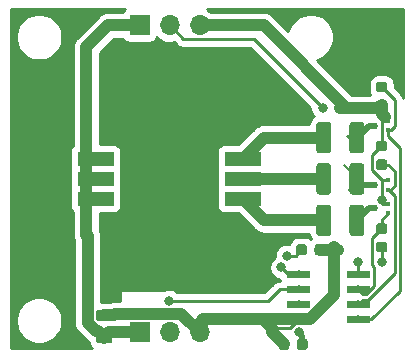
<source format=gbr>
G04 #@! TF.GenerationSoftware,KiCad,Pcbnew,5.1.4-e60b266~84~ubuntu18.04.1*
G04 #@! TF.CreationDate,2019-11-17T20:01:52-07:00*
G04 #@! TF.ProjectId,cob_5x5_lowpower,636f625f-3578-4355-9f6c-6f77706f7765,rev?*
G04 #@! TF.SameCoordinates,Original*
G04 #@! TF.FileFunction,Copper,L1,Top*
G04 #@! TF.FilePolarity,Positive*
%FSLAX46Y46*%
G04 Gerber Fmt 4.6, Leading zero omitted, Abs format (unit mm)*
G04 Created by KiCad (PCBNEW 5.1.4-e60b266~84~ubuntu18.04.1) date 2019-11-17 20:01:52*
%MOMM*%
%LPD*%
G04 APERTURE LIST*
%ADD10R,3.100000X1.200000*%
%ADD11C,5.700000*%
%ADD12O,1.700000X1.700000*%
%ADD13R,1.700000X1.700000*%
%ADD14C,0.100000*%
%ADD15C,0.650000*%
%ADD16C,0.875000*%
%ADD17C,1.250000*%
%ADD18R,0.450000X0.400000*%
%ADD19R,0.450000X0.500000*%
%ADD20C,0.975000*%
%ADD21C,0.800000*%
%ADD22C,1.000000*%
%ADD23C,0.500000*%
%ADD24C,0.250000*%
%ADD25C,0.200000*%
%ADD26C,0.254000*%
G04 APERTURE END LIST*
D10*
X108780000Y-116700000D03*
X108780000Y-115000000D03*
X108780000Y-113300000D03*
D11*
X115000000Y-115000000D03*
D10*
X121220000Y-113300000D03*
X121220000Y-115000000D03*
X121220000Y-116700000D03*
D12*
X117580000Y-102000000D03*
X115040000Y-102000000D03*
D13*
X112500000Y-102000000D03*
D14*
G36*
X126803428Y-126580782D02*
G01*
X126819202Y-126583122D01*
X126834671Y-126586997D01*
X126849686Y-126592370D01*
X126864102Y-126599188D01*
X126877780Y-126607386D01*
X126890589Y-126616886D01*
X126902405Y-126627595D01*
X126913114Y-126639411D01*
X126922614Y-126652220D01*
X126930812Y-126665898D01*
X126937630Y-126680314D01*
X126943003Y-126695329D01*
X126946878Y-126710798D01*
X126949218Y-126726572D01*
X126950000Y-126742500D01*
X126950000Y-127067500D01*
X126949218Y-127083428D01*
X126946878Y-127099202D01*
X126943003Y-127114671D01*
X126937630Y-127129686D01*
X126930812Y-127144102D01*
X126922614Y-127157780D01*
X126913114Y-127170589D01*
X126902405Y-127182405D01*
X126890589Y-127193114D01*
X126877780Y-127202614D01*
X126864102Y-127210812D01*
X126849686Y-127217630D01*
X126834671Y-127223003D01*
X126819202Y-127226878D01*
X126803428Y-127229218D01*
X126787500Y-127230000D01*
X125137500Y-127230000D01*
X125121572Y-127229218D01*
X125105798Y-127226878D01*
X125090329Y-127223003D01*
X125075314Y-127217630D01*
X125060898Y-127210812D01*
X125047220Y-127202614D01*
X125034411Y-127193114D01*
X125022595Y-127182405D01*
X125011886Y-127170589D01*
X125002386Y-127157780D01*
X124994188Y-127144102D01*
X124987370Y-127129686D01*
X124981997Y-127114671D01*
X124978122Y-127099202D01*
X124975782Y-127083428D01*
X124975000Y-127067500D01*
X124975000Y-126742500D01*
X124975782Y-126726572D01*
X124978122Y-126710798D01*
X124981997Y-126695329D01*
X124987370Y-126680314D01*
X124994188Y-126665898D01*
X125002386Y-126652220D01*
X125011886Y-126639411D01*
X125022595Y-126627595D01*
X125034411Y-126616886D01*
X125047220Y-126607386D01*
X125060898Y-126599188D01*
X125075314Y-126592370D01*
X125090329Y-126586997D01*
X125105798Y-126583122D01*
X125121572Y-126580782D01*
X125137500Y-126580000D01*
X126787500Y-126580000D01*
X126803428Y-126580782D01*
X126803428Y-126580782D01*
G37*
D15*
X125962500Y-126905000D03*
D14*
G36*
X126803428Y-125310782D02*
G01*
X126819202Y-125313122D01*
X126834671Y-125316997D01*
X126849686Y-125322370D01*
X126864102Y-125329188D01*
X126877780Y-125337386D01*
X126890589Y-125346886D01*
X126902405Y-125357595D01*
X126913114Y-125369411D01*
X126922614Y-125382220D01*
X126930812Y-125395898D01*
X126937630Y-125410314D01*
X126943003Y-125425329D01*
X126946878Y-125440798D01*
X126949218Y-125456572D01*
X126950000Y-125472500D01*
X126950000Y-125797500D01*
X126949218Y-125813428D01*
X126946878Y-125829202D01*
X126943003Y-125844671D01*
X126937630Y-125859686D01*
X126930812Y-125874102D01*
X126922614Y-125887780D01*
X126913114Y-125900589D01*
X126902405Y-125912405D01*
X126890589Y-125923114D01*
X126877780Y-125932614D01*
X126864102Y-125940812D01*
X126849686Y-125947630D01*
X126834671Y-125953003D01*
X126819202Y-125956878D01*
X126803428Y-125959218D01*
X126787500Y-125960000D01*
X125137500Y-125960000D01*
X125121572Y-125959218D01*
X125105798Y-125956878D01*
X125090329Y-125953003D01*
X125075314Y-125947630D01*
X125060898Y-125940812D01*
X125047220Y-125932614D01*
X125034411Y-125923114D01*
X125022595Y-125912405D01*
X125011886Y-125900589D01*
X125002386Y-125887780D01*
X124994188Y-125874102D01*
X124987370Y-125859686D01*
X124981997Y-125844671D01*
X124978122Y-125829202D01*
X124975782Y-125813428D01*
X124975000Y-125797500D01*
X124975000Y-125472500D01*
X124975782Y-125456572D01*
X124978122Y-125440798D01*
X124981997Y-125425329D01*
X124987370Y-125410314D01*
X124994188Y-125395898D01*
X125002386Y-125382220D01*
X125011886Y-125369411D01*
X125022595Y-125357595D01*
X125034411Y-125346886D01*
X125047220Y-125337386D01*
X125060898Y-125329188D01*
X125075314Y-125322370D01*
X125090329Y-125316997D01*
X125105798Y-125313122D01*
X125121572Y-125310782D01*
X125137500Y-125310000D01*
X126787500Y-125310000D01*
X126803428Y-125310782D01*
X126803428Y-125310782D01*
G37*
D15*
X125962500Y-125635000D03*
D14*
G36*
X126803428Y-124040782D02*
G01*
X126819202Y-124043122D01*
X126834671Y-124046997D01*
X126849686Y-124052370D01*
X126864102Y-124059188D01*
X126877780Y-124067386D01*
X126890589Y-124076886D01*
X126902405Y-124087595D01*
X126913114Y-124099411D01*
X126922614Y-124112220D01*
X126930812Y-124125898D01*
X126937630Y-124140314D01*
X126943003Y-124155329D01*
X126946878Y-124170798D01*
X126949218Y-124186572D01*
X126950000Y-124202500D01*
X126950000Y-124527500D01*
X126949218Y-124543428D01*
X126946878Y-124559202D01*
X126943003Y-124574671D01*
X126937630Y-124589686D01*
X126930812Y-124604102D01*
X126922614Y-124617780D01*
X126913114Y-124630589D01*
X126902405Y-124642405D01*
X126890589Y-124653114D01*
X126877780Y-124662614D01*
X126864102Y-124670812D01*
X126849686Y-124677630D01*
X126834671Y-124683003D01*
X126819202Y-124686878D01*
X126803428Y-124689218D01*
X126787500Y-124690000D01*
X125137500Y-124690000D01*
X125121572Y-124689218D01*
X125105798Y-124686878D01*
X125090329Y-124683003D01*
X125075314Y-124677630D01*
X125060898Y-124670812D01*
X125047220Y-124662614D01*
X125034411Y-124653114D01*
X125022595Y-124642405D01*
X125011886Y-124630589D01*
X125002386Y-124617780D01*
X124994188Y-124604102D01*
X124987370Y-124589686D01*
X124981997Y-124574671D01*
X124978122Y-124559202D01*
X124975782Y-124543428D01*
X124975000Y-124527500D01*
X124975000Y-124202500D01*
X124975782Y-124186572D01*
X124978122Y-124170798D01*
X124981997Y-124155329D01*
X124987370Y-124140314D01*
X124994188Y-124125898D01*
X125002386Y-124112220D01*
X125011886Y-124099411D01*
X125022595Y-124087595D01*
X125034411Y-124076886D01*
X125047220Y-124067386D01*
X125060898Y-124059188D01*
X125075314Y-124052370D01*
X125090329Y-124046997D01*
X125105798Y-124043122D01*
X125121572Y-124040782D01*
X125137500Y-124040000D01*
X126787500Y-124040000D01*
X126803428Y-124040782D01*
X126803428Y-124040782D01*
G37*
D15*
X125962500Y-124365000D03*
D14*
G36*
X126803428Y-122770782D02*
G01*
X126819202Y-122773122D01*
X126834671Y-122776997D01*
X126849686Y-122782370D01*
X126864102Y-122789188D01*
X126877780Y-122797386D01*
X126890589Y-122806886D01*
X126902405Y-122817595D01*
X126913114Y-122829411D01*
X126922614Y-122842220D01*
X126930812Y-122855898D01*
X126937630Y-122870314D01*
X126943003Y-122885329D01*
X126946878Y-122900798D01*
X126949218Y-122916572D01*
X126950000Y-122932500D01*
X126950000Y-123257500D01*
X126949218Y-123273428D01*
X126946878Y-123289202D01*
X126943003Y-123304671D01*
X126937630Y-123319686D01*
X126930812Y-123334102D01*
X126922614Y-123347780D01*
X126913114Y-123360589D01*
X126902405Y-123372405D01*
X126890589Y-123383114D01*
X126877780Y-123392614D01*
X126864102Y-123400812D01*
X126849686Y-123407630D01*
X126834671Y-123413003D01*
X126819202Y-123416878D01*
X126803428Y-123419218D01*
X126787500Y-123420000D01*
X125137500Y-123420000D01*
X125121572Y-123419218D01*
X125105798Y-123416878D01*
X125090329Y-123413003D01*
X125075314Y-123407630D01*
X125060898Y-123400812D01*
X125047220Y-123392614D01*
X125034411Y-123383114D01*
X125022595Y-123372405D01*
X125011886Y-123360589D01*
X125002386Y-123347780D01*
X124994188Y-123334102D01*
X124987370Y-123319686D01*
X124981997Y-123304671D01*
X124978122Y-123289202D01*
X124975782Y-123273428D01*
X124975000Y-123257500D01*
X124975000Y-122932500D01*
X124975782Y-122916572D01*
X124978122Y-122900798D01*
X124981997Y-122885329D01*
X124987370Y-122870314D01*
X124994188Y-122855898D01*
X125002386Y-122842220D01*
X125011886Y-122829411D01*
X125022595Y-122817595D01*
X125034411Y-122806886D01*
X125047220Y-122797386D01*
X125060898Y-122789188D01*
X125075314Y-122782370D01*
X125090329Y-122776997D01*
X125105798Y-122773122D01*
X125121572Y-122770782D01*
X125137500Y-122770000D01*
X126787500Y-122770000D01*
X126803428Y-122770782D01*
X126803428Y-122770782D01*
G37*
D15*
X125962500Y-123095000D03*
D14*
G36*
X131878428Y-122770782D02*
G01*
X131894202Y-122773122D01*
X131909671Y-122776997D01*
X131924686Y-122782370D01*
X131939102Y-122789188D01*
X131952780Y-122797386D01*
X131965589Y-122806886D01*
X131977405Y-122817595D01*
X131988114Y-122829411D01*
X131997614Y-122842220D01*
X132005812Y-122855898D01*
X132012630Y-122870314D01*
X132018003Y-122885329D01*
X132021878Y-122900798D01*
X132024218Y-122916572D01*
X132025000Y-122932500D01*
X132025000Y-123257500D01*
X132024218Y-123273428D01*
X132021878Y-123289202D01*
X132018003Y-123304671D01*
X132012630Y-123319686D01*
X132005812Y-123334102D01*
X131997614Y-123347780D01*
X131988114Y-123360589D01*
X131977405Y-123372405D01*
X131965589Y-123383114D01*
X131952780Y-123392614D01*
X131939102Y-123400812D01*
X131924686Y-123407630D01*
X131909671Y-123413003D01*
X131894202Y-123416878D01*
X131878428Y-123419218D01*
X131862500Y-123420000D01*
X130212500Y-123420000D01*
X130196572Y-123419218D01*
X130180798Y-123416878D01*
X130165329Y-123413003D01*
X130150314Y-123407630D01*
X130135898Y-123400812D01*
X130122220Y-123392614D01*
X130109411Y-123383114D01*
X130097595Y-123372405D01*
X130086886Y-123360589D01*
X130077386Y-123347780D01*
X130069188Y-123334102D01*
X130062370Y-123319686D01*
X130056997Y-123304671D01*
X130053122Y-123289202D01*
X130050782Y-123273428D01*
X130050000Y-123257500D01*
X130050000Y-122932500D01*
X130050782Y-122916572D01*
X130053122Y-122900798D01*
X130056997Y-122885329D01*
X130062370Y-122870314D01*
X130069188Y-122855898D01*
X130077386Y-122842220D01*
X130086886Y-122829411D01*
X130097595Y-122817595D01*
X130109411Y-122806886D01*
X130122220Y-122797386D01*
X130135898Y-122789188D01*
X130150314Y-122782370D01*
X130165329Y-122776997D01*
X130180798Y-122773122D01*
X130196572Y-122770782D01*
X130212500Y-122770000D01*
X131862500Y-122770000D01*
X131878428Y-122770782D01*
X131878428Y-122770782D01*
G37*
D15*
X131037500Y-123095000D03*
D14*
G36*
X131878428Y-124040782D02*
G01*
X131894202Y-124043122D01*
X131909671Y-124046997D01*
X131924686Y-124052370D01*
X131939102Y-124059188D01*
X131952780Y-124067386D01*
X131965589Y-124076886D01*
X131977405Y-124087595D01*
X131988114Y-124099411D01*
X131997614Y-124112220D01*
X132005812Y-124125898D01*
X132012630Y-124140314D01*
X132018003Y-124155329D01*
X132021878Y-124170798D01*
X132024218Y-124186572D01*
X132025000Y-124202500D01*
X132025000Y-124527500D01*
X132024218Y-124543428D01*
X132021878Y-124559202D01*
X132018003Y-124574671D01*
X132012630Y-124589686D01*
X132005812Y-124604102D01*
X131997614Y-124617780D01*
X131988114Y-124630589D01*
X131977405Y-124642405D01*
X131965589Y-124653114D01*
X131952780Y-124662614D01*
X131939102Y-124670812D01*
X131924686Y-124677630D01*
X131909671Y-124683003D01*
X131894202Y-124686878D01*
X131878428Y-124689218D01*
X131862500Y-124690000D01*
X130212500Y-124690000D01*
X130196572Y-124689218D01*
X130180798Y-124686878D01*
X130165329Y-124683003D01*
X130150314Y-124677630D01*
X130135898Y-124670812D01*
X130122220Y-124662614D01*
X130109411Y-124653114D01*
X130097595Y-124642405D01*
X130086886Y-124630589D01*
X130077386Y-124617780D01*
X130069188Y-124604102D01*
X130062370Y-124589686D01*
X130056997Y-124574671D01*
X130053122Y-124559202D01*
X130050782Y-124543428D01*
X130050000Y-124527500D01*
X130050000Y-124202500D01*
X130050782Y-124186572D01*
X130053122Y-124170798D01*
X130056997Y-124155329D01*
X130062370Y-124140314D01*
X130069188Y-124125898D01*
X130077386Y-124112220D01*
X130086886Y-124099411D01*
X130097595Y-124087595D01*
X130109411Y-124076886D01*
X130122220Y-124067386D01*
X130135898Y-124059188D01*
X130150314Y-124052370D01*
X130165329Y-124046997D01*
X130180798Y-124043122D01*
X130196572Y-124040782D01*
X130212500Y-124040000D01*
X131862500Y-124040000D01*
X131878428Y-124040782D01*
X131878428Y-124040782D01*
G37*
D15*
X131037500Y-124365000D03*
D14*
G36*
X131878428Y-125310782D02*
G01*
X131894202Y-125313122D01*
X131909671Y-125316997D01*
X131924686Y-125322370D01*
X131939102Y-125329188D01*
X131952780Y-125337386D01*
X131965589Y-125346886D01*
X131977405Y-125357595D01*
X131988114Y-125369411D01*
X131997614Y-125382220D01*
X132005812Y-125395898D01*
X132012630Y-125410314D01*
X132018003Y-125425329D01*
X132021878Y-125440798D01*
X132024218Y-125456572D01*
X132025000Y-125472500D01*
X132025000Y-125797500D01*
X132024218Y-125813428D01*
X132021878Y-125829202D01*
X132018003Y-125844671D01*
X132012630Y-125859686D01*
X132005812Y-125874102D01*
X131997614Y-125887780D01*
X131988114Y-125900589D01*
X131977405Y-125912405D01*
X131965589Y-125923114D01*
X131952780Y-125932614D01*
X131939102Y-125940812D01*
X131924686Y-125947630D01*
X131909671Y-125953003D01*
X131894202Y-125956878D01*
X131878428Y-125959218D01*
X131862500Y-125960000D01*
X130212500Y-125960000D01*
X130196572Y-125959218D01*
X130180798Y-125956878D01*
X130165329Y-125953003D01*
X130150314Y-125947630D01*
X130135898Y-125940812D01*
X130122220Y-125932614D01*
X130109411Y-125923114D01*
X130097595Y-125912405D01*
X130086886Y-125900589D01*
X130077386Y-125887780D01*
X130069188Y-125874102D01*
X130062370Y-125859686D01*
X130056997Y-125844671D01*
X130053122Y-125829202D01*
X130050782Y-125813428D01*
X130050000Y-125797500D01*
X130050000Y-125472500D01*
X130050782Y-125456572D01*
X130053122Y-125440798D01*
X130056997Y-125425329D01*
X130062370Y-125410314D01*
X130069188Y-125395898D01*
X130077386Y-125382220D01*
X130086886Y-125369411D01*
X130097595Y-125357595D01*
X130109411Y-125346886D01*
X130122220Y-125337386D01*
X130135898Y-125329188D01*
X130150314Y-125322370D01*
X130165329Y-125316997D01*
X130180798Y-125313122D01*
X130196572Y-125310782D01*
X130212500Y-125310000D01*
X131862500Y-125310000D01*
X131878428Y-125310782D01*
X131878428Y-125310782D01*
G37*
D15*
X131037500Y-125635000D03*
D14*
G36*
X131878428Y-126580782D02*
G01*
X131894202Y-126583122D01*
X131909671Y-126586997D01*
X131924686Y-126592370D01*
X131939102Y-126599188D01*
X131952780Y-126607386D01*
X131965589Y-126616886D01*
X131977405Y-126627595D01*
X131988114Y-126639411D01*
X131997614Y-126652220D01*
X132005812Y-126665898D01*
X132012630Y-126680314D01*
X132018003Y-126695329D01*
X132021878Y-126710798D01*
X132024218Y-126726572D01*
X132025000Y-126742500D01*
X132025000Y-127067500D01*
X132024218Y-127083428D01*
X132021878Y-127099202D01*
X132018003Y-127114671D01*
X132012630Y-127129686D01*
X132005812Y-127144102D01*
X131997614Y-127157780D01*
X131988114Y-127170589D01*
X131977405Y-127182405D01*
X131965589Y-127193114D01*
X131952780Y-127202614D01*
X131939102Y-127210812D01*
X131924686Y-127217630D01*
X131909671Y-127223003D01*
X131894202Y-127226878D01*
X131878428Y-127229218D01*
X131862500Y-127230000D01*
X130212500Y-127230000D01*
X130196572Y-127229218D01*
X130180798Y-127226878D01*
X130165329Y-127223003D01*
X130150314Y-127217630D01*
X130135898Y-127210812D01*
X130122220Y-127202614D01*
X130109411Y-127193114D01*
X130097595Y-127182405D01*
X130086886Y-127170589D01*
X130077386Y-127157780D01*
X130069188Y-127144102D01*
X130062370Y-127129686D01*
X130056997Y-127114671D01*
X130053122Y-127099202D01*
X130050782Y-127083428D01*
X130050000Y-127067500D01*
X130050000Y-126742500D01*
X130050782Y-126726572D01*
X130053122Y-126710798D01*
X130056997Y-126695329D01*
X130062370Y-126680314D01*
X130069188Y-126665898D01*
X130077386Y-126652220D01*
X130086886Y-126639411D01*
X130097595Y-126627595D01*
X130109411Y-126616886D01*
X130122220Y-126607386D01*
X130135898Y-126599188D01*
X130150314Y-126592370D01*
X130165329Y-126586997D01*
X130180798Y-126583122D01*
X130196572Y-126580782D01*
X130212500Y-126580000D01*
X131862500Y-126580000D01*
X131878428Y-126580782D01*
X131878428Y-126580782D01*
G37*
D15*
X131037500Y-126905000D03*
D14*
G36*
X133277691Y-118776053D02*
G01*
X133298926Y-118779203D01*
X133319750Y-118784419D01*
X133339962Y-118791651D01*
X133359368Y-118800830D01*
X133377781Y-118811866D01*
X133395024Y-118824654D01*
X133410930Y-118839070D01*
X133425346Y-118854976D01*
X133438134Y-118872219D01*
X133449170Y-118890632D01*
X133458349Y-118910038D01*
X133465581Y-118930250D01*
X133470797Y-118951074D01*
X133473947Y-118972309D01*
X133475000Y-118993750D01*
X133475000Y-119431250D01*
X133473947Y-119452691D01*
X133470797Y-119473926D01*
X133465581Y-119494750D01*
X133458349Y-119514962D01*
X133449170Y-119534368D01*
X133438134Y-119552781D01*
X133425346Y-119570024D01*
X133410930Y-119585930D01*
X133395024Y-119600346D01*
X133377781Y-119613134D01*
X133359368Y-119624170D01*
X133339962Y-119633349D01*
X133319750Y-119640581D01*
X133298926Y-119645797D01*
X133277691Y-119648947D01*
X133256250Y-119650000D01*
X132743750Y-119650000D01*
X132722309Y-119648947D01*
X132701074Y-119645797D01*
X132680250Y-119640581D01*
X132660038Y-119633349D01*
X132640632Y-119624170D01*
X132622219Y-119613134D01*
X132604976Y-119600346D01*
X132589070Y-119585930D01*
X132574654Y-119570024D01*
X132561866Y-119552781D01*
X132550830Y-119534368D01*
X132541651Y-119514962D01*
X132534419Y-119494750D01*
X132529203Y-119473926D01*
X132526053Y-119452691D01*
X132525000Y-119431250D01*
X132525000Y-118993750D01*
X132526053Y-118972309D01*
X132529203Y-118951074D01*
X132534419Y-118930250D01*
X132541651Y-118910038D01*
X132550830Y-118890632D01*
X132561866Y-118872219D01*
X132574654Y-118854976D01*
X132589070Y-118839070D01*
X132604976Y-118824654D01*
X132622219Y-118811866D01*
X132640632Y-118800830D01*
X132660038Y-118791651D01*
X132680250Y-118784419D01*
X132701074Y-118779203D01*
X132722309Y-118776053D01*
X132743750Y-118775000D01*
X133256250Y-118775000D01*
X133277691Y-118776053D01*
X133277691Y-118776053D01*
G37*
D16*
X133000000Y-119212500D03*
D14*
G36*
X133277691Y-120351053D02*
G01*
X133298926Y-120354203D01*
X133319750Y-120359419D01*
X133339962Y-120366651D01*
X133359368Y-120375830D01*
X133377781Y-120386866D01*
X133395024Y-120399654D01*
X133410930Y-120414070D01*
X133425346Y-120429976D01*
X133438134Y-120447219D01*
X133449170Y-120465632D01*
X133458349Y-120485038D01*
X133465581Y-120505250D01*
X133470797Y-120526074D01*
X133473947Y-120547309D01*
X133475000Y-120568750D01*
X133475000Y-121006250D01*
X133473947Y-121027691D01*
X133470797Y-121048926D01*
X133465581Y-121069750D01*
X133458349Y-121089962D01*
X133449170Y-121109368D01*
X133438134Y-121127781D01*
X133425346Y-121145024D01*
X133410930Y-121160930D01*
X133395024Y-121175346D01*
X133377781Y-121188134D01*
X133359368Y-121199170D01*
X133339962Y-121208349D01*
X133319750Y-121215581D01*
X133298926Y-121220797D01*
X133277691Y-121223947D01*
X133256250Y-121225000D01*
X132743750Y-121225000D01*
X132722309Y-121223947D01*
X132701074Y-121220797D01*
X132680250Y-121215581D01*
X132660038Y-121208349D01*
X132640632Y-121199170D01*
X132622219Y-121188134D01*
X132604976Y-121175346D01*
X132589070Y-121160930D01*
X132574654Y-121145024D01*
X132561866Y-121127781D01*
X132550830Y-121109368D01*
X132541651Y-121089962D01*
X132534419Y-121069750D01*
X132529203Y-121048926D01*
X132526053Y-121027691D01*
X132525000Y-121006250D01*
X132525000Y-120568750D01*
X132526053Y-120547309D01*
X132529203Y-120526074D01*
X132534419Y-120505250D01*
X132541651Y-120485038D01*
X132550830Y-120465632D01*
X132561866Y-120447219D01*
X132574654Y-120429976D01*
X132589070Y-120414070D01*
X132604976Y-120399654D01*
X132622219Y-120386866D01*
X132640632Y-120375830D01*
X132660038Y-120366651D01*
X132680250Y-120359419D01*
X132701074Y-120354203D01*
X132722309Y-120351053D01*
X132743750Y-120350000D01*
X133256250Y-120350000D01*
X133277691Y-120351053D01*
X133277691Y-120351053D01*
G37*
D16*
X133000000Y-120787500D03*
D14*
G36*
X133277691Y-113351053D02*
G01*
X133298926Y-113354203D01*
X133319750Y-113359419D01*
X133339962Y-113366651D01*
X133359368Y-113375830D01*
X133377781Y-113386866D01*
X133395024Y-113399654D01*
X133410930Y-113414070D01*
X133425346Y-113429976D01*
X133438134Y-113447219D01*
X133449170Y-113465632D01*
X133458349Y-113485038D01*
X133465581Y-113505250D01*
X133470797Y-113526074D01*
X133473947Y-113547309D01*
X133475000Y-113568750D01*
X133475000Y-114006250D01*
X133473947Y-114027691D01*
X133470797Y-114048926D01*
X133465581Y-114069750D01*
X133458349Y-114089962D01*
X133449170Y-114109368D01*
X133438134Y-114127781D01*
X133425346Y-114145024D01*
X133410930Y-114160930D01*
X133395024Y-114175346D01*
X133377781Y-114188134D01*
X133359368Y-114199170D01*
X133339962Y-114208349D01*
X133319750Y-114215581D01*
X133298926Y-114220797D01*
X133277691Y-114223947D01*
X133256250Y-114225000D01*
X132743750Y-114225000D01*
X132722309Y-114223947D01*
X132701074Y-114220797D01*
X132680250Y-114215581D01*
X132660038Y-114208349D01*
X132640632Y-114199170D01*
X132622219Y-114188134D01*
X132604976Y-114175346D01*
X132589070Y-114160930D01*
X132574654Y-114145024D01*
X132561866Y-114127781D01*
X132550830Y-114109368D01*
X132541651Y-114089962D01*
X132534419Y-114069750D01*
X132529203Y-114048926D01*
X132526053Y-114027691D01*
X132525000Y-114006250D01*
X132525000Y-113568750D01*
X132526053Y-113547309D01*
X132529203Y-113526074D01*
X132534419Y-113505250D01*
X132541651Y-113485038D01*
X132550830Y-113465632D01*
X132561866Y-113447219D01*
X132574654Y-113429976D01*
X132589070Y-113414070D01*
X132604976Y-113399654D01*
X132622219Y-113386866D01*
X132640632Y-113375830D01*
X132660038Y-113366651D01*
X132680250Y-113359419D01*
X132701074Y-113354203D01*
X132722309Y-113351053D01*
X132743750Y-113350000D01*
X133256250Y-113350000D01*
X133277691Y-113351053D01*
X133277691Y-113351053D01*
G37*
D16*
X133000000Y-113787500D03*
D14*
G36*
X133277691Y-111776053D02*
G01*
X133298926Y-111779203D01*
X133319750Y-111784419D01*
X133339962Y-111791651D01*
X133359368Y-111800830D01*
X133377781Y-111811866D01*
X133395024Y-111824654D01*
X133410930Y-111839070D01*
X133425346Y-111854976D01*
X133438134Y-111872219D01*
X133449170Y-111890632D01*
X133458349Y-111910038D01*
X133465581Y-111930250D01*
X133470797Y-111951074D01*
X133473947Y-111972309D01*
X133475000Y-111993750D01*
X133475000Y-112431250D01*
X133473947Y-112452691D01*
X133470797Y-112473926D01*
X133465581Y-112494750D01*
X133458349Y-112514962D01*
X133449170Y-112534368D01*
X133438134Y-112552781D01*
X133425346Y-112570024D01*
X133410930Y-112585930D01*
X133395024Y-112600346D01*
X133377781Y-112613134D01*
X133359368Y-112624170D01*
X133339962Y-112633349D01*
X133319750Y-112640581D01*
X133298926Y-112645797D01*
X133277691Y-112648947D01*
X133256250Y-112650000D01*
X132743750Y-112650000D01*
X132722309Y-112648947D01*
X132701074Y-112645797D01*
X132680250Y-112640581D01*
X132660038Y-112633349D01*
X132640632Y-112624170D01*
X132622219Y-112613134D01*
X132604976Y-112600346D01*
X132589070Y-112585930D01*
X132574654Y-112570024D01*
X132561866Y-112552781D01*
X132550830Y-112534368D01*
X132541651Y-112514962D01*
X132534419Y-112494750D01*
X132529203Y-112473926D01*
X132526053Y-112452691D01*
X132525000Y-112431250D01*
X132525000Y-111993750D01*
X132526053Y-111972309D01*
X132529203Y-111951074D01*
X132534419Y-111930250D01*
X132541651Y-111910038D01*
X132550830Y-111890632D01*
X132561866Y-111872219D01*
X132574654Y-111854976D01*
X132589070Y-111839070D01*
X132604976Y-111824654D01*
X132622219Y-111811866D01*
X132640632Y-111800830D01*
X132660038Y-111791651D01*
X132680250Y-111784419D01*
X132701074Y-111779203D01*
X132722309Y-111776053D01*
X132743750Y-111775000D01*
X133256250Y-111775000D01*
X133277691Y-111776053D01*
X133277691Y-111776053D01*
G37*
D16*
X133000000Y-112212500D03*
D14*
G36*
X133277691Y-106776053D02*
G01*
X133298926Y-106779203D01*
X133319750Y-106784419D01*
X133339962Y-106791651D01*
X133359368Y-106800830D01*
X133377781Y-106811866D01*
X133395024Y-106824654D01*
X133410930Y-106839070D01*
X133425346Y-106854976D01*
X133438134Y-106872219D01*
X133449170Y-106890632D01*
X133458349Y-106910038D01*
X133465581Y-106930250D01*
X133470797Y-106951074D01*
X133473947Y-106972309D01*
X133475000Y-106993750D01*
X133475000Y-107431250D01*
X133473947Y-107452691D01*
X133470797Y-107473926D01*
X133465581Y-107494750D01*
X133458349Y-107514962D01*
X133449170Y-107534368D01*
X133438134Y-107552781D01*
X133425346Y-107570024D01*
X133410930Y-107585930D01*
X133395024Y-107600346D01*
X133377781Y-107613134D01*
X133359368Y-107624170D01*
X133339962Y-107633349D01*
X133319750Y-107640581D01*
X133298926Y-107645797D01*
X133277691Y-107648947D01*
X133256250Y-107650000D01*
X132743750Y-107650000D01*
X132722309Y-107648947D01*
X132701074Y-107645797D01*
X132680250Y-107640581D01*
X132660038Y-107633349D01*
X132640632Y-107624170D01*
X132622219Y-107613134D01*
X132604976Y-107600346D01*
X132589070Y-107585930D01*
X132574654Y-107570024D01*
X132561866Y-107552781D01*
X132550830Y-107534368D01*
X132541651Y-107514962D01*
X132534419Y-107494750D01*
X132529203Y-107473926D01*
X132526053Y-107452691D01*
X132525000Y-107431250D01*
X132525000Y-106993750D01*
X132526053Y-106972309D01*
X132529203Y-106951074D01*
X132534419Y-106930250D01*
X132541651Y-106910038D01*
X132550830Y-106890632D01*
X132561866Y-106872219D01*
X132574654Y-106854976D01*
X132589070Y-106839070D01*
X132604976Y-106824654D01*
X132622219Y-106811866D01*
X132640632Y-106800830D01*
X132660038Y-106791651D01*
X132680250Y-106784419D01*
X132701074Y-106779203D01*
X132722309Y-106776053D01*
X132743750Y-106775000D01*
X133256250Y-106775000D01*
X133277691Y-106776053D01*
X133277691Y-106776053D01*
G37*
D16*
X133000000Y-107212500D03*
D14*
G36*
X133277691Y-108351053D02*
G01*
X133298926Y-108354203D01*
X133319750Y-108359419D01*
X133339962Y-108366651D01*
X133359368Y-108375830D01*
X133377781Y-108386866D01*
X133395024Y-108399654D01*
X133410930Y-108414070D01*
X133425346Y-108429976D01*
X133438134Y-108447219D01*
X133449170Y-108465632D01*
X133458349Y-108485038D01*
X133465581Y-108505250D01*
X133470797Y-108526074D01*
X133473947Y-108547309D01*
X133475000Y-108568750D01*
X133475000Y-109006250D01*
X133473947Y-109027691D01*
X133470797Y-109048926D01*
X133465581Y-109069750D01*
X133458349Y-109089962D01*
X133449170Y-109109368D01*
X133438134Y-109127781D01*
X133425346Y-109145024D01*
X133410930Y-109160930D01*
X133395024Y-109175346D01*
X133377781Y-109188134D01*
X133359368Y-109199170D01*
X133339962Y-109208349D01*
X133319750Y-109215581D01*
X133298926Y-109220797D01*
X133277691Y-109223947D01*
X133256250Y-109225000D01*
X132743750Y-109225000D01*
X132722309Y-109223947D01*
X132701074Y-109220797D01*
X132680250Y-109215581D01*
X132660038Y-109208349D01*
X132640632Y-109199170D01*
X132622219Y-109188134D01*
X132604976Y-109175346D01*
X132589070Y-109160930D01*
X132574654Y-109145024D01*
X132561866Y-109127781D01*
X132550830Y-109109368D01*
X132541651Y-109089962D01*
X132534419Y-109069750D01*
X132529203Y-109048926D01*
X132526053Y-109027691D01*
X132525000Y-109006250D01*
X132525000Y-108568750D01*
X132526053Y-108547309D01*
X132529203Y-108526074D01*
X132534419Y-108505250D01*
X132541651Y-108485038D01*
X132550830Y-108465632D01*
X132561866Y-108447219D01*
X132574654Y-108429976D01*
X132589070Y-108414070D01*
X132604976Y-108399654D01*
X132622219Y-108386866D01*
X132640632Y-108375830D01*
X132660038Y-108366651D01*
X132680250Y-108359419D01*
X132701074Y-108354203D01*
X132722309Y-108351053D01*
X132743750Y-108350000D01*
X133256250Y-108350000D01*
X133277691Y-108351053D01*
X133277691Y-108351053D01*
G37*
D16*
X133000000Y-108787500D03*
D14*
G36*
X128499504Y-117176204D02*
G01*
X128523773Y-117179804D01*
X128547571Y-117185765D01*
X128570671Y-117194030D01*
X128592849Y-117204520D01*
X128613893Y-117217133D01*
X128633598Y-117231747D01*
X128651777Y-117248223D01*
X128668253Y-117266402D01*
X128682867Y-117286107D01*
X128695480Y-117307151D01*
X128705970Y-117329329D01*
X128714235Y-117352429D01*
X128720196Y-117376227D01*
X128723796Y-117400496D01*
X128725000Y-117425000D01*
X128725000Y-119575000D01*
X128723796Y-119599504D01*
X128720196Y-119623773D01*
X128714235Y-119647571D01*
X128705970Y-119670671D01*
X128695480Y-119692849D01*
X128682867Y-119713893D01*
X128668253Y-119733598D01*
X128651777Y-119751777D01*
X128633598Y-119768253D01*
X128613893Y-119782867D01*
X128592849Y-119795480D01*
X128570671Y-119805970D01*
X128547571Y-119814235D01*
X128523773Y-119820196D01*
X128499504Y-119823796D01*
X128475000Y-119825000D01*
X127725000Y-119825000D01*
X127700496Y-119823796D01*
X127676227Y-119820196D01*
X127652429Y-119814235D01*
X127629329Y-119805970D01*
X127607151Y-119795480D01*
X127586107Y-119782867D01*
X127566402Y-119768253D01*
X127548223Y-119751777D01*
X127531747Y-119733598D01*
X127517133Y-119713893D01*
X127504520Y-119692849D01*
X127494030Y-119670671D01*
X127485765Y-119647571D01*
X127479804Y-119623773D01*
X127476204Y-119599504D01*
X127475000Y-119575000D01*
X127475000Y-117425000D01*
X127476204Y-117400496D01*
X127479804Y-117376227D01*
X127485765Y-117352429D01*
X127494030Y-117329329D01*
X127504520Y-117307151D01*
X127517133Y-117286107D01*
X127531747Y-117266402D01*
X127548223Y-117248223D01*
X127566402Y-117231747D01*
X127586107Y-117217133D01*
X127607151Y-117204520D01*
X127629329Y-117194030D01*
X127652429Y-117185765D01*
X127676227Y-117179804D01*
X127700496Y-117176204D01*
X127725000Y-117175000D01*
X128475000Y-117175000D01*
X128499504Y-117176204D01*
X128499504Y-117176204D01*
G37*
D17*
X128100000Y-118500000D03*
D14*
G36*
X131299504Y-117176204D02*
G01*
X131323773Y-117179804D01*
X131347571Y-117185765D01*
X131370671Y-117194030D01*
X131392849Y-117204520D01*
X131413893Y-117217133D01*
X131433598Y-117231747D01*
X131451777Y-117248223D01*
X131468253Y-117266402D01*
X131482867Y-117286107D01*
X131495480Y-117307151D01*
X131505970Y-117329329D01*
X131514235Y-117352429D01*
X131520196Y-117376227D01*
X131523796Y-117400496D01*
X131525000Y-117425000D01*
X131525000Y-119575000D01*
X131523796Y-119599504D01*
X131520196Y-119623773D01*
X131514235Y-119647571D01*
X131505970Y-119670671D01*
X131495480Y-119692849D01*
X131482867Y-119713893D01*
X131468253Y-119733598D01*
X131451777Y-119751777D01*
X131433598Y-119768253D01*
X131413893Y-119782867D01*
X131392849Y-119795480D01*
X131370671Y-119805970D01*
X131347571Y-119814235D01*
X131323773Y-119820196D01*
X131299504Y-119823796D01*
X131275000Y-119825000D01*
X130525000Y-119825000D01*
X130500496Y-119823796D01*
X130476227Y-119820196D01*
X130452429Y-119814235D01*
X130429329Y-119805970D01*
X130407151Y-119795480D01*
X130386107Y-119782867D01*
X130366402Y-119768253D01*
X130348223Y-119751777D01*
X130331747Y-119733598D01*
X130317133Y-119713893D01*
X130304520Y-119692849D01*
X130294030Y-119670671D01*
X130285765Y-119647571D01*
X130279804Y-119623773D01*
X130276204Y-119599504D01*
X130275000Y-119575000D01*
X130275000Y-117425000D01*
X130276204Y-117400496D01*
X130279804Y-117376227D01*
X130285765Y-117352429D01*
X130294030Y-117329329D01*
X130304520Y-117307151D01*
X130317133Y-117286107D01*
X130331747Y-117266402D01*
X130348223Y-117248223D01*
X130366402Y-117231747D01*
X130386107Y-117217133D01*
X130407151Y-117204520D01*
X130429329Y-117194030D01*
X130452429Y-117185765D01*
X130476227Y-117179804D01*
X130500496Y-117176204D01*
X130525000Y-117175000D01*
X131275000Y-117175000D01*
X131299504Y-117176204D01*
X131299504Y-117176204D01*
G37*
D17*
X130900000Y-118500000D03*
D14*
G36*
X128499504Y-113676204D02*
G01*
X128523773Y-113679804D01*
X128547571Y-113685765D01*
X128570671Y-113694030D01*
X128592849Y-113704520D01*
X128613893Y-113717133D01*
X128633598Y-113731747D01*
X128651777Y-113748223D01*
X128668253Y-113766402D01*
X128682867Y-113786107D01*
X128695480Y-113807151D01*
X128705970Y-113829329D01*
X128714235Y-113852429D01*
X128720196Y-113876227D01*
X128723796Y-113900496D01*
X128725000Y-113925000D01*
X128725000Y-116075000D01*
X128723796Y-116099504D01*
X128720196Y-116123773D01*
X128714235Y-116147571D01*
X128705970Y-116170671D01*
X128695480Y-116192849D01*
X128682867Y-116213893D01*
X128668253Y-116233598D01*
X128651777Y-116251777D01*
X128633598Y-116268253D01*
X128613893Y-116282867D01*
X128592849Y-116295480D01*
X128570671Y-116305970D01*
X128547571Y-116314235D01*
X128523773Y-116320196D01*
X128499504Y-116323796D01*
X128475000Y-116325000D01*
X127725000Y-116325000D01*
X127700496Y-116323796D01*
X127676227Y-116320196D01*
X127652429Y-116314235D01*
X127629329Y-116305970D01*
X127607151Y-116295480D01*
X127586107Y-116282867D01*
X127566402Y-116268253D01*
X127548223Y-116251777D01*
X127531747Y-116233598D01*
X127517133Y-116213893D01*
X127504520Y-116192849D01*
X127494030Y-116170671D01*
X127485765Y-116147571D01*
X127479804Y-116123773D01*
X127476204Y-116099504D01*
X127475000Y-116075000D01*
X127475000Y-113925000D01*
X127476204Y-113900496D01*
X127479804Y-113876227D01*
X127485765Y-113852429D01*
X127494030Y-113829329D01*
X127504520Y-113807151D01*
X127517133Y-113786107D01*
X127531747Y-113766402D01*
X127548223Y-113748223D01*
X127566402Y-113731747D01*
X127586107Y-113717133D01*
X127607151Y-113704520D01*
X127629329Y-113694030D01*
X127652429Y-113685765D01*
X127676227Y-113679804D01*
X127700496Y-113676204D01*
X127725000Y-113675000D01*
X128475000Y-113675000D01*
X128499504Y-113676204D01*
X128499504Y-113676204D01*
G37*
D17*
X128100000Y-115000000D03*
D14*
G36*
X131299504Y-113676204D02*
G01*
X131323773Y-113679804D01*
X131347571Y-113685765D01*
X131370671Y-113694030D01*
X131392849Y-113704520D01*
X131413893Y-113717133D01*
X131433598Y-113731747D01*
X131451777Y-113748223D01*
X131468253Y-113766402D01*
X131482867Y-113786107D01*
X131495480Y-113807151D01*
X131505970Y-113829329D01*
X131514235Y-113852429D01*
X131520196Y-113876227D01*
X131523796Y-113900496D01*
X131525000Y-113925000D01*
X131525000Y-116075000D01*
X131523796Y-116099504D01*
X131520196Y-116123773D01*
X131514235Y-116147571D01*
X131505970Y-116170671D01*
X131495480Y-116192849D01*
X131482867Y-116213893D01*
X131468253Y-116233598D01*
X131451777Y-116251777D01*
X131433598Y-116268253D01*
X131413893Y-116282867D01*
X131392849Y-116295480D01*
X131370671Y-116305970D01*
X131347571Y-116314235D01*
X131323773Y-116320196D01*
X131299504Y-116323796D01*
X131275000Y-116325000D01*
X130525000Y-116325000D01*
X130500496Y-116323796D01*
X130476227Y-116320196D01*
X130452429Y-116314235D01*
X130429329Y-116305970D01*
X130407151Y-116295480D01*
X130386107Y-116282867D01*
X130366402Y-116268253D01*
X130348223Y-116251777D01*
X130331747Y-116233598D01*
X130317133Y-116213893D01*
X130304520Y-116192849D01*
X130294030Y-116170671D01*
X130285765Y-116147571D01*
X130279804Y-116123773D01*
X130276204Y-116099504D01*
X130275000Y-116075000D01*
X130275000Y-113925000D01*
X130276204Y-113900496D01*
X130279804Y-113876227D01*
X130285765Y-113852429D01*
X130294030Y-113829329D01*
X130304520Y-113807151D01*
X130317133Y-113786107D01*
X130331747Y-113766402D01*
X130348223Y-113748223D01*
X130366402Y-113731747D01*
X130386107Y-113717133D01*
X130407151Y-113704520D01*
X130429329Y-113694030D01*
X130452429Y-113685765D01*
X130476227Y-113679804D01*
X130500496Y-113676204D01*
X130525000Y-113675000D01*
X131275000Y-113675000D01*
X131299504Y-113676204D01*
X131299504Y-113676204D01*
G37*
D17*
X130900000Y-115000000D03*
D14*
G36*
X128499504Y-110176204D02*
G01*
X128523773Y-110179804D01*
X128547571Y-110185765D01*
X128570671Y-110194030D01*
X128592849Y-110204520D01*
X128613893Y-110217133D01*
X128633598Y-110231747D01*
X128651777Y-110248223D01*
X128668253Y-110266402D01*
X128682867Y-110286107D01*
X128695480Y-110307151D01*
X128705970Y-110329329D01*
X128714235Y-110352429D01*
X128720196Y-110376227D01*
X128723796Y-110400496D01*
X128725000Y-110425000D01*
X128725000Y-112575000D01*
X128723796Y-112599504D01*
X128720196Y-112623773D01*
X128714235Y-112647571D01*
X128705970Y-112670671D01*
X128695480Y-112692849D01*
X128682867Y-112713893D01*
X128668253Y-112733598D01*
X128651777Y-112751777D01*
X128633598Y-112768253D01*
X128613893Y-112782867D01*
X128592849Y-112795480D01*
X128570671Y-112805970D01*
X128547571Y-112814235D01*
X128523773Y-112820196D01*
X128499504Y-112823796D01*
X128475000Y-112825000D01*
X127725000Y-112825000D01*
X127700496Y-112823796D01*
X127676227Y-112820196D01*
X127652429Y-112814235D01*
X127629329Y-112805970D01*
X127607151Y-112795480D01*
X127586107Y-112782867D01*
X127566402Y-112768253D01*
X127548223Y-112751777D01*
X127531747Y-112733598D01*
X127517133Y-112713893D01*
X127504520Y-112692849D01*
X127494030Y-112670671D01*
X127485765Y-112647571D01*
X127479804Y-112623773D01*
X127476204Y-112599504D01*
X127475000Y-112575000D01*
X127475000Y-110425000D01*
X127476204Y-110400496D01*
X127479804Y-110376227D01*
X127485765Y-110352429D01*
X127494030Y-110329329D01*
X127504520Y-110307151D01*
X127517133Y-110286107D01*
X127531747Y-110266402D01*
X127548223Y-110248223D01*
X127566402Y-110231747D01*
X127586107Y-110217133D01*
X127607151Y-110204520D01*
X127629329Y-110194030D01*
X127652429Y-110185765D01*
X127676227Y-110179804D01*
X127700496Y-110176204D01*
X127725000Y-110175000D01*
X128475000Y-110175000D01*
X128499504Y-110176204D01*
X128499504Y-110176204D01*
G37*
D17*
X128100000Y-111500000D03*
D14*
G36*
X131299504Y-110176204D02*
G01*
X131323773Y-110179804D01*
X131347571Y-110185765D01*
X131370671Y-110194030D01*
X131392849Y-110204520D01*
X131413893Y-110217133D01*
X131433598Y-110231747D01*
X131451777Y-110248223D01*
X131468253Y-110266402D01*
X131482867Y-110286107D01*
X131495480Y-110307151D01*
X131505970Y-110329329D01*
X131514235Y-110352429D01*
X131520196Y-110376227D01*
X131523796Y-110400496D01*
X131525000Y-110425000D01*
X131525000Y-112575000D01*
X131523796Y-112599504D01*
X131520196Y-112623773D01*
X131514235Y-112647571D01*
X131505970Y-112670671D01*
X131495480Y-112692849D01*
X131482867Y-112713893D01*
X131468253Y-112733598D01*
X131451777Y-112751777D01*
X131433598Y-112768253D01*
X131413893Y-112782867D01*
X131392849Y-112795480D01*
X131370671Y-112805970D01*
X131347571Y-112814235D01*
X131323773Y-112820196D01*
X131299504Y-112823796D01*
X131275000Y-112825000D01*
X130525000Y-112825000D01*
X130500496Y-112823796D01*
X130476227Y-112820196D01*
X130452429Y-112814235D01*
X130429329Y-112805970D01*
X130407151Y-112795480D01*
X130386107Y-112782867D01*
X130366402Y-112768253D01*
X130348223Y-112751777D01*
X130331747Y-112733598D01*
X130317133Y-112713893D01*
X130304520Y-112692849D01*
X130294030Y-112670671D01*
X130285765Y-112647571D01*
X130279804Y-112623773D01*
X130276204Y-112599504D01*
X130275000Y-112575000D01*
X130275000Y-110425000D01*
X130276204Y-110400496D01*
X130279804Y-110376227D01*
X130285765Y-110352429D01*
X130294030Y-110329329D01*
X130304520Y-110307151D01*
X130317133Y-110286107D01*
X130331747Y-110266402D01*
X130348223Y-110248223D01*
X130366402Y-110231747D01*
X130386107Y-110217133D01*
X130407151Y-110204520D01*
X130429329Y-110194030D01*
X130452429Y-110185765D01*
X130476227Y-110179804D01*
X130500496Y-110176204D01*
X130525000Y-110175000D01*
X131275000Y-110175000D01*
X131299504Y-110176204D01*
X131299504Y-110176204D01*
G37*
D17*
X130900000Y-111500000D03*
D18*
X133575000Y-117900000D03*
X133575000Y-117100000D03*
D19*
X132425000Y-117500000D03*
D18*
X133575000Y-115900000D03*
X133575000Y-115100000D03*
D19*
X132425000Y-115500000D03*
D18*
X133575000Y-110900000D03*
X133575000Y-110100000D03*
D19*
X132425000Y-110500000D03*
D12*
X117580000Y-128000000D03*
X115040000Y-128000000D03*
D13*
X112500000Y-128000000D03*
D14*
G36*
X126527691Y-128526053D02*
G01*
X126548926Y-128529203D01*
X126569750Y-128534419D01*
X126589962Y-128541651D01*
X126609368Y-128550830D01*
X126627781Y-128561866D01*
X126645024Y-128574654D01*
X126660930Y-128589070D01*
X126675346Y-128604976D01*
X126688134Y-128622219D01*
X126699170Y-128640632D01*
X126708349Y-128660038D01*
X126715581Y-128680250D01*
X126720797Y-128701074D01*
X126723947Y-128722309D01*
X126725000Y-128743750D01*
X126725000Y-129256250D01*
X126723947Y-129277691D01*
X126720797Y-129298926D01*
X126715581Y-129319750D01*
X126708349Y-129339962D01*
X126699170Y-129359368D01*
X126688134Y-129377781D01*
X126675346Y-129395024D01*
X126660930Y-129410930D01*
X126645024Y-129425346D01*
X126627781Y-129438134D01*
X126609368Y-129449170D01*
X126589962Y-129458349D01*
X126569750Y-129465581D01*
X126548926Y-129470797D01*
X126527691Y-129473947D01*
X126506250Y-129475000D01*
X126068750Y-129475000D01*
X126047309Y-129473947D01*
X126026074Y-129470797D01*
X126005250Y-129465581D01*
X125985038Y-129458349D01*
X125965632Y-129449170D01*
X125947219Y-129438134D01*
X125929976Y-129425346D01*
X125914070Y-129410930D01*
X125899654Y-129395024D01*
X125886866Y-129377781D01*
X125875830Y-129359368D01*
X125866651Y-129339962D01*
X125859419Y-129319750D01*
X125854203Y-129298926D01*
X125851053Y-129277691D01*
X125850000Y-129256250D01*
X125850000Y-128743750D01*
X125851053Y-128722309D01*
X125854203Y-128701074D01*
X125859419Y-128680250D01*
X125866651Y-128660038D01*
X125875830Y-128640632D01*
X125886866Y-128622219D01*
X125899654Y-128604976D01*
X125914070Y-128589070D01*
X125929976Y-128574654D01*
X125947219Y-128561866D01*
X125965632Y-128550830D01*
X125985038Y-128541651D01*
X126005250Y-128534419D01*
X126026074Y-128529203D01*
X126047309Y-128526053D01*
X126068750Y-128525000D01*
X126506250Y-128525000D01*
X126527691Y-128526053D01*
X126527691Y-128526053D01*
G37*
D16*
X126287500Y-129000000D03*
D14*
G36*
X124952691Y-128526053D02*
G01*
X124973926Y-128529203D01*
X124994750Y-128534419D01*
X125014962Y-128541651D01*
X125034368Y-128550830D01*
X125052781Y-128561866D01*
X125070024Y-128574654D01*
X125085930Y-128589070D01*
X125100346Y-128604976D01*
X125113134Y-128622219D01*
X125124170Y-128640632D01*
X125133349Y-128660038D01*
X125140581Y-128680250D01*
X125145797Y-128701074D01*
X125148947Y-128722309D01*
X125150000Y-128743750D01*
X125150000Y-129256250D01*
X125148947Y-129277691D01*
X125145797Y-129298926D01*
X125140581Y-129319750D01*
X125133349Y-129339962D01*
X125124170Y-129359368D01*
X125113134Y-129377781D01*
X125100346Y-129395024D01*
X125085930Y-129410930D01*
X125070024Y-129425346D01*
X125052781Y-129438134D01*
X125034368Y-129449170D01*
X125014962Y-129458349D01*
X124994750Y-129465581D01*
X124973926Y-129470797D01*
X124952691Y-129473947D01*
X124931250Y-129475000D01*
X124493750Y-129475000D01*
X124472309Y-129473947D01*
X124451074Y-129470797D01*
X124430250Y-129465581D01*
X124410038Y-129458349D01*
X124390632Y-129449170D01*
X124372219Y-129438134D01*
X124354976Y-129425346D01*
X124339070Y-129410930D01*
X124324654Y-129395024D01*
X124311866Y-129377781D01*
X124300830Y-129359368D01*
X124291651Y-129339962D01*
X124284419Y-129319750D01*
X124279203Y-129298926D01*
X124276053Y-129277691D01*
X124275000Y-129256250D01*
X124275000Y-128743750D01*
X124276053Y-128722309D01*
X124279203Y-128701074D01*
X124284419Y-128680250D01*
X124291651Y-128660038D01*
X124300830Y-128640632D01*
X124311866Y-128622219D01*
X124324654Y-128604976D01*
X124339070Y-128589070D01*
X124354976Y-128574654D01*
X124372219Y-128561866D01*
X124390632Y-128550830D01*
X124410038Y-128541651D01*
X124430250Y-128534419D01*
X124451074Y-128529203D01*
X124472309Y-128526053D01*
X124493750Y-128525000D01*
X124931250Y-128525000D01*
X124952691Y-128526053D01*
X124952691Y-128526053D01*
G37*
D16*
X124712500Y-129000000D03*
D14*
G36*
X128027691Y-120526053D02*
G01*
X128048926Y-120529203D01*
X128069750Y-120534419D01*
X128089962Y-120541651D01*
X128109368Y-120550830D01*
X128127781Y-120561866D01*
X128145024Y-120574654D01*
X128160930Y-120589070D01*
X128175346Y-120604976D01*
X128188134Y-120622219D01*
X128199170Y-120640632D01*
X128208349Y-120660038D01*
X128215581Y-120680250D01*
X128220797Y-120701074D01*
X128223947Y-120722309D01*
X128225000Y-120743750D01*
X128225000Y-121256250D01*
X128223947Y-121277691D01*
X128220797Y-121298926D01*
X128215581Y-121319750D01*
X128208349Y-121339962D01*
X128199170Y-121359368D01*
X128188134Y-121377781D01*
X128175346Y-121395024D01*
X128160930Y-121410930D01*
X128145024Y-121425346D01*
X128127781Y-121438134D01*
X128109368Y-121449170D01*
X128089962Y-121458349D01*
X128069750Y-121465581D01*
X128048926Y-121470797D01*
X128027691Y-121473947D01*
X128006250Y-121475000D01*
X127568750Y-121475000D01*
X127547309Y-121473947D01*
X127526074Y-121470797D01*
X127505250Y-121465581D01*
X127485038Y-121458349D01*
X127465632Y-121449170D01*
X127447219Y-121438134D01*
X127429976Y-121425346D01*
X127414070Y-121410930D01*
X127399654Y-121395024D01*
X127386866Y-121377781D01*
X127375830Y-121359368D01*
X127366651Y-121339962D01*
X127359419Y-121319750D01*
X127354203Y-121298926D01*
X127351053Y-121277691D01*
X127350000Y-121256250D01*
X127350000Y-120743750D01*
X127351053Y-120722309D01*
X127354203Y-120701074D01*
X127359419Y-120680250D01*
X127366651Y-120660038D01*
X127375830Y-120640632D01*
X127386866Y-120622219D01*
X127399654Y-120604976D01*
X127414070Y-120589070D01*
X127429976Y-120574654D01*
X127447219Y-120561866D01*
X127465632Y-120550830D01*
X127485038Y-120541651D01*
X127505250Y-120534419D01*
X127526074Y-120529203D01*
X127547309Y-120526053D01*
X127568750Y-120525000D01*
X128006250Y-120525000D01*
X128027691Y-120526053D01*
X128027691Y-120526053D01*
G37*
D16*
X127787500Y-121000000D03*
D14*
G36*
X126452691Y-120526053D02*
G01*
X126473926Y-120529203D01*
X126494750Y-120534419D01*
X126514962Y-120541651D01*
X126534368Y-120550830D01*
X126552781Y-120561866D01*
X126570024Y-120574654D01*
X126585930Y-120589070D01*
X126600346Y-120604976D01*
X126613134Y-120622219D01*
X126624170Y-120640632D01*
X126633349Y-120660038D01*
X126640581Y-120680250D01*
X126645797Y-120701074D01*
X126648947Y-120722309D01*
X126650000Y-120743750D01*
X126650000Y-121256250D01*
X126648947Y-121277691D01*
X126645797Y-121298926D01*
X126640581Y-121319750D01*
X126633349Y-121339962D01*
X126624170Y-121359368D01*
X126613134Y-121377781D01*
X126600346Y-121395024D01*
X126585930Y-121410930D01*
X126570024Y-121425346D01*
X126552781Y-121438134D01*
X126534368Y-121449170D01*
X126514962Y-121458349D01*
X126494750Y-121465581D01*
X126473926Y-121470797D01*
X126452691Y-121473947D01*
X126431250Y-121475000D01*
X125993750Y-121475000D01*
X125972309Y-121473947D01*
X125951074Y-121470797D01*
X125930250Y-121465581D01*
X125910038Y-121458349D01*
X125890632Y-121449170D01*
X125872219Y-121438134D01*
X125854976Y-121425346D01*
X125839070Y-121410930D01*
X125824654Y-121395024D01*
X125811866Y-121377781D01*
X125800830Y-121359368D01*
X125791651Y-121339962D01*
X125784419Y-121319750D01*
X125779203Y-121298926D01*
X125776053Y-121277691D01*
X125775000Y-121256250D01*
X125775000Y-120743750D01*
X125776053Y-120722309D01*
X125779203Y-120701074D01*
X125784419Y-120680250D01*
X125791651Y-120660038D01*
X125800830Y-120640632D01*
X125811866Y-120622219D01*
X125824654Y-120604976D01*
X125839070Y-120589070D01*
X125854976Y-120574654D01*
X125872219Y-120561866D01*
X125890632Y-120550830D01*
X125910038Y-120541651D01*
X125930250Y-120534419D01*
X125951074Y-120529203D01*
X125972309Y-120526053D01*
X125993750Y-120525000D01*
X126431250Y-120525000D01*
X126452691Y-120526053D01*
X126452691Y-120526053D01*
G37*
D16*
X126212500Y-121000000D03*
D14*
G36*
X109980142Y-127951174D02*
G01*
X110003803Y-127954684D01*
X110027007Y-127960496D01*
X110049529Y-127968554D01*
X110071153Y-127978782D01*
X110091670Y-127991079D01*
X110110883Y-128005329D01*
X110128607Y-128021393D01*
X110144671Y-128039117D01*
X110158921Y-128058330D01*
X110171218Y-128078847D01*
X110181446Y-128100471D01*
X110189504Y-128122993D01*
X110195316Y-128146197D01*
X110198826Y-128169858D01*
X110200000Y-128193750D01*
X110200000Y-128681250D01*
X110198826Y-128705142D01*
X110195316Y-128728803D01*
X110189504Y-128752007D01*
X110181446Y-128774529D01*
X110171218Y-128796153D01*
X110158921Y-128816670D01*
X110144671Y-128835883D01*
X110128607Y-128853607D01*
X110110883Y-128869671D01*
X110091670Y-128883921D01*
X110071153Y-128896218D01*
X110049529Y-128906446D01*
X110027007Y-128914504D01*
X110003803Y-128920316D01*
X109980142Y-128923826D01*
X109956250Y-128925000D01*
X109043750Y-128925000D01*
X109019858Y-128923826D01*
X108996197Y-128920316D01*
X108972993Y-128914504D01*
X108950471Y-128906446D01*
X108928847Y-128896218D01*
X108908330Y-128883921D01*
X108889117Y-128869671D01*
X108871393Y-128853607D01*
X108855329Y-128835883D01*
X108841079Y-128816670D01*
X108828782Y-128796153D01*
X108818554Y-128774529D01*
X108810496Y-128752007D01*
X108804684Y-128728803D01*
X108801174Y-128705142D01*
X108800000Y-128681250D01*
X108800000Y-128193750D01*
X108801174Y-128169858D01*
X108804684Y-128146197D01*
X108810496Y-128122993D01*
X108818554Y-128100471D01*
X108828782Y-128078847D01*
X108841079Y-128058330D01*
X108855329Y-128039117D01*
X108871393Y-128021393D01*
X108889117Y-128005329D01*
X108908330Y-127991079D01*
X108928847Y-127978782D01*
X108950471Y-127968554D01*
X108972993Y-127960496D01*
X108996197Y-127954684D01*
X109019858Y-127951174D01*
X109043750Y-127950000D01*
X109956250Y-127950000D01*
X109980142Y-127951174D01*
X109980142Y-127951174D01*
G37*
D20*
X109500000Y-128437500D03*
D14*
G36*
X109980142Y-126076174D02*
G01*
X110003803Y-126079684D01*
X110027007Y-126085496D01*
X110049529Y-126093554D01*
X110071153Y-126103782D01*
X110091670Y-126116079D01*
X110110883Y-126130329D01*
X110128607Y-126146393D01*
X110144671Y-126164117D01*
X110158921Y-126183330D01*
X110171218Y-126203847D01*
X110181446Y-126225471D01*
X110189504Y-126247993D01*
X110195316Y-126271197D01*
X110198826Y-126294858D01*
X110200000Y-126318750D01*
X110200000Y-126806250D01*
X110198826Y-126830142D01*
X110195316Y-126853803D01*
X110189504Y-126877007D01*
X110181446Y-126899529D01*
X110171218Y-126921153D01*
X110158921Y-126941670D01*
X110144671Y-126960883D01*
X110128607Y-126978607D01*
X110110883Y-126994671D01*
X110091670Y-127008921D01*
X110071153Y-127021218D01*
X110049529Y-127031446D01*
X110027007Y-127039504D01*
X110003803Y-127045316D01*
X109980142Y-127048826D01*
X109956250Y-127050000D01*
X109043750Y-127050000D01*
X109019858Y-127048826D01*
X108996197Y-127045316D01*
X108972993Y-127039504D01*
X108950471Y-127031446D01*
X108928847Y-127021218D01*
X108908330Y-127008921D01*
X108889117Y-126994671D01*
X108871393Y-126978607D01*
X108855329Y-126960883D01*
X108841079Y-126941670D01*
X108828782Y-126921153D01*
X108818554Y-126899529D01*
X108810496Y-126877007D01*
X108804684Y-126853803D01*
X108801174Y-126830142D01*
X108800000Y-126806250D01*
X108800000Y-126318750D01*
X108801174Y-126294858D01*
X108804684Y-126271197D01*
X108810496Y-126247993D01*
X108818554Y-126225471D01*
X108828782Y-126203847D01*
X108841079Y-126183330D01*
X108855329Y-126164117D01*
X108871393Y-126146393D01*
X108889117Y-126130329D01*
X108908330Y-126116079D01*
X108928847Y-126103782D01*
X108950471Y-126093554D01*
X108972993Y-126085496D01*
X108996197Y-126079684D01*
X109019858Y-126076174D01*
X109043750Y-126075000D01*
X109956250Y-126075000D01*
X109980142Y-126076174D01*
X109980142Y-126076174D01*
G37*
D20*
X109500000Y-126562500D03*
D21*
X126000000Y-128005010D03*
X125000000Y-121500000D03*
X131000000Y-122000000D03*
X115000000Y-111500000D03*
X113000000Y-112000000D03*
X111500000Y-113500000D03*
X111500000Y-115000000D03*
X111500000Y-116500000D03*
X113000000Y-118000000D03*
X115000000Y-118500000D03*
X117000000Y-118000000D03*
X118500000Y-115000000D03*
X118500000Y-116500000D03*
X118500000Y-113500000D03*
X117000000Y-112000000D03*
X111500000Y-118500000D03*
X118500000Y-118500000D03*
X118500000Y-112000000D03*
X111500000Y-112000000D03*
X112000000Y-111000000D03*
X118000000Y-111000000D03*
X117500000Y-119000000D03*
X112500000Y-119000000D03*
X110000000Y-119000000D03*
X120000000Y-119000000D03*
X120000000Y-111000000D03*
X110000000Y-111000000D03*
X114000000Y-119500000D03*
X116000000Y-119500000D03*
X114000000Y-110500000D03*
X116000000Y-110500000D03*
X129000000Y-122000000D03*
X133034357Y-116789267D03*
X129500000Y-109000000D03*
X129287500Y-121000000D03*
X133000000Y-122000000D03*
X115000000Y-125349987D03*
X124500000Y-122500000D03*
X128000000Y-109000000D03*
X106000000Y-111000000D03*
X106000000Y-113000000D03*
X106000000Y-115000000D03*
X106000000Y-117500000D03*
X106000000Y-119500000D03*
X129000000Y-106000000D03*
X130000000Y-107000000D03*
X131500000Y-107500000D03*
D22*
X109730000Y-116700000D02*
X108780000Y-116700000D01*
D23*
X126287500Y-129000000D02*
X126287500Y-128292510D01*
X126287500Y-128292510D02*
X126000000Y-128005010D01*
D22*
X109937500Y-128000000D02*
X109500000Y-128437500D01*
X112500000Y-128000000D02*
X109937500Y-128000000D01*
X108784083Y-127881263D02*
X108099990Y-127197170D01*
X108943763Y-127881263D02*
X108784083Y-127881263D01*
X109500000Y-128437500D02*
X108943763Y-127881263D01*
X109870000Y-102000000D02*
X112500000Y-102000000D01*
X108000000Y-103870000D02*
X109870000Y-102000000D01*
D24*
X125712500Y-121500000D02*
X126212500Y-121000000D01*
X125000000Y-121500000D02*
X125712500Y-121500000D01*
X131000000Y-123057500D02*
X131037500Y-123095000D01*
X131000000Y-122000000D02*
X131000000Y-123057500D01*
D22*
X108099990Y-119817490D02*
X108000000Y-119717500D01*
X108099990Y-127197170D02*
X108099990Y-119817490D01*
D24*
X108780000Y-116720000D02*
X108000000Y-117500000D01*
X108780000Y-116700000D02*
X108780000Y-116720000D01*
D22*
X108000000Y-119717500D02*
X108000000Y-117500000D01*
D24*
X108700000Y-113300000D02*
X108000000Y-114000000D01*
X108780000Y-113300000D02*
X108700000Y-113300000D01*
D22*
X108000000Y-114000000D02*
X108000000Y-103870000D01*
D24*
X108780000Y-115000000D02*
X108500000Y-115000000D01*
X108500000Y-115000000D02*
X108000000Y-115500000D01*
D22*
X108000000Y-117500000D02*
X108000000Y-115500000D01*
X108000000Y-115500000D02*
X108000000Y-114000000D01*
X123712500Y-128000000D02*
X124712500Y-129000000D01*
X123712500Y-127655000D02*
X122962500Y-126905000D01*
X123712500Y-128000000D02*
X123712500Y-127655000D01*
X127787500Y-121000000D02*
X129287500Y-121000000D01*
X129000000Y-120787500D02*
X129000000Y-122000000D01*
D24*
X132538388Y-112674112D02*
X133000000Y-112212500D01*
X132199990Y-113012510D02*
X132538388Y-112674112D01*
X132199990Y-114231484D02*
X132199990Y-113012510D01*
X133068506Y-115100000D02*
X132199990Y-114231484D01*
X133575000Y-115100000D02*
X133068506Y-115100000D01*
X133100000Y-110100000D02*
X133575000Y-110100000D01*
X133000000Y-110200000D02*
X133100000Y-110100000D01*
X133000000Y-112212500D02*
X133000000Y-110200000D01*
X133100000Y-117100000D02*
X133034357Y-117034357D01*
X133034357Y-117034357D02*
X133034357Y-116789267D01*
X133575000Y-117100000D02*
X133100000Y-117100000D01*
D22*
X117842500Y-126905000D02*
X122962500Y-126905000D01*
D23*
X131900000Y-110500000D02*
X130900000Y-111500000D01*
X132425000Y-110500000D02*
X131900000Y-110500000D01*
D24*
X130075000Y-111350000D02*
X130625001Y-111900001D01*
X131025012Y-115716046D02*
X130625001Y-116116057D01*
D23*
X131400000Y-115500000D02*
X130900000Y-115000000D01*
X132425000Y-115500000D02*
X131400000Y-115500000D01*
D22*
X133000000Y-108787500D02*
X133000000Y-109525000D01*
X133000000Y-109525000D02*
X133274990Y-109799990D01*
X131500000Y-109000000D02*
X132787500Y-109000000D01*
X132787500Y-109000000D02*
X133000000Y-108787500D01*
D24*
X125212500Y-127655000D02*
X125962500Y-126905000D01*
X123712500Y-127655000D02*
X125212500Y-127655000D01*
D22*
X129000000Y-124804774D02*
X129000000Y-122565685D01*
X126899774Y-126905000D02*
X129000000Y-124804774D01*
X122962500Y-126905000D02*
X126899774Y-126905000D01*
X129000000Y-122565685D02*
X129000000Y-122000000D01*
X117580000Y-127167500D02*
X117842500Y-126905000D01*
X117580000Y-128000000D02*
X117580000Y-127167500D01*
X110412501Y-126449999D02*
X110300000Y-126562500D01*
X116029999Y-126449999D02*
X110412501Y-126449999D01*
X117580000Y-128000000D02*
X116029999Y-126449999D01*
X110300000Y-126562500D02*
X109500000Y-126562500D01*
X123000000Y-102000000D02*
X117580000Y-102000000D01*
X130000000Y-109000000D02*
X123000000Y-102000000D01*
X130500000Y-109000000D02*
X130000000Y-109000000D01*
X131500000Y-109000000D02*
X130500000Y-109000000D01*
X130500000Y-109000000D02*
X129500000Y-109000000D01*
D24*
X129287500Y-121000000D02*
X129500000Y-120787500D01*
X129000000Y-120787500D02*
X129075000Y-120787500D01*
X129075000Y-120787500D02*
X129287500Y-121000000D01*
X133000000Y-122000000D02*
X133000000Y-120787500D01*
X133000000Y-116189225D02*
X133000000Y-115000000D01*
X133034357Y-116789267D02*
X133034357Y-116223582D01*
X133034357Y-116223582D02*
X133000000Y-116189225D01*
D22*
X123020000Y-111500000D02*
X121220000Y-113300000D01*
X128100000Y-111500000D02*
X123020000Y-111500000D01*
X128100000Y-115000000D02*
X121220000Y-115000000D01*
X123020000Y-118500000D02*
X121220000Y-116700000D01*
X128100000Y-118500000D02*
X123020000Y-118500000D01*
D24*
X123380013Y-125349987D02*
X124365000Y-124365000D01*
X115000000Y-125349987D02*
X123380013Y-125349987D01*
X124365000Y-124365000D02*
X125962500Y-124365000D01*
X125962500Y-123095000D02*
X125095000Y-123095000D01*
X125095000Y-123095000D02*
X124500000Y-122500000D01*
X122175001Y-103175001D02*
X122500000Y-103500000D01*
X116215001Y-103175001D02*
X122175001Y-103175001D01*
X115040000Y-102000000D02*
X116215001Y-103175001D01*
X128000000Y-109000000D02*
X122500000Y-103500000D01*
X134575012Y-112350012D02*
X133575000Y-111350000D01*
X134575012Y-124454988D02*
X134575012Y-112350012D01*
X132125000Y-126905000D02*
X134575012Y-124454988D01*
X131037500Y-126905000D02*
X132125000Y-126905000D01*
X133575000Y-111350000D02*
X133575000Y-110900000D01*
X134125001Y-108337501D02*
X133461612Y-107674112D01*
X133461612Y-107674112D02*
X133000000Y-107212500D01*
X134125001Y-110560001D02*
X134125001Y-108337501D01*
X133785002Y-110900000D02*
X134125001Y-110560001D01*
X133575000Y-110900000D02*
X133785002Y-110900000D01*
D25*
X133287500Y-113787500D02*
X133000000Y-113787500D01*
X130600001Y-114600001D02*
X129787500Y-113787500D01*
X130600001Y-115540001D02*
X130600001Y-114600001D01*
X133575000Y-115900000D02*
X133740002Y-115900000D01*
X130240002Y-115900000D02*
X130600001Y-115540001D01*
D24*
X133600000Y-115900000D02*
X133575000Y-115900000D01*
X134125001Y-116425001D02*
X133600000Y-115900000D01*
X131433210Y-125239290D02*
X131840154Y-125239290D01*
X131037500Y-125635000D02*
X131433210Y-125239290D01*
X131840154Y-125239290D02*
X134125001Y-122954443D01*
X134125001Y-122954443D02*
X134125001Y-116425001D01*
X134125001Y-114337501D02*
X133575000Y-113787500D01*
X134125001Y-115560001D02*
X134125001Y-114337501D01*
X133785002Y-115900000D02*
X134125001Y-115560001D01*
X133575000Y-113787500D02*
X133000000Y-113787500D01*
X133600000Y-115900000D02*
X133785002Y-115900000D01*
D23*
X131900000Y-117500000D02*
X130900000Y-118500000D01*
X132425000Y-117500000D02*
X131900000Y-117500000D01*
D24*
X133000000Y-118475000D02*
X133575000Y-117900000D01*
X133000000Y-119212500D02*
X133000000Y-118475000D01*
X131037500Y-124365000D02*
X131433210Y-124760710D01*
X132199990Y-122272992D02*
X132199990Y-120012510D01*
X132538388Y-119674112D02*
X133000000Y-119212500D01*
X132350010Y-124093024D02*
X132350010Y-122423012D01*
X132199990Y-120012510D02*
X132538388Y-119674112D01*
X131682324Y-124760710D02*
X132350010Y-124093024D01*
X131433210Y-124760710D02*
X131682324Y-124760710D01*
X132350010Y-122423012D02*
X132199990Y-122272992D01*
D26*
G36*
X111204499Y-100704499D02*
G01*
X111126147Y-100799972D01*
X111087112Y-100873000D01*
X109925354Y-100873000D01*
X109869999Y-100867548D01*
X109814645Y-100873000D01*
X109814635Y-100873000D01*
X109649069Y-100889307D01*
X109436629Y-100953750D01*
X109240843Y-101058400D01*
X109112239Y-101163942D01*
X109112236Y-101163945D01*
X109069235Y-101199235D01*
X109033945Y-101242236D01*
X107242237Y-103033945D01*
X107199236Y-103069235D01*
X107163946Y-103112236D01*
X107163942Y-103112240D01*
X107058400Y-103240844D01*
X106953750Y-103436630D01*
X106889308Y-103649070D01*
X106867548Y-103870000D01*
X106873001Y-103925364D01*
X106873000Y-112181869D01*
X106784499Y-112254499D01*
X106706147Y-112349972D01*
X106647925Y-112458897D01*
X106612073Y-112577087D01*
X106599967Y-112700000D01*
X106599967Y-113900000D01*
X106612073Y-114022913D01*
X106647925Y-114141103D01*
X106652681Y-114150000D01*
X106647925Y-114158897D01*
X106612073Y-114277087D01*
X106599967Y-114400000D01*
X106599967Y-115600000D01*
X106612073Y-115722913D01*
X106647925Y-115841103D01*
X106652681Y-115850000D01*
X106647925Y-115858897D01*
X106612073Y-115977087D01*
X106599967Y-116100000D01*
X106599967Y-117300000D01*
X106612073Y-117422913D01*
X106647925Y-117541103D01*
X106706147Y-117650028D01*
X106784499Y-117745501D01*
X106873001Y-117818132D01*
X106873000Y-119662145D01*
X106867548Y-119717500D01*
X106873000Y-119772854D01*
X106873000Y-119772864D01*
X106889307Y-119938430D01*
X106953750Y-120150870D01*
X106972991Y-120186867D01*
X106972990Y-127141816D01*
X106967538Y-127197170D01*
X106972990Y-127252524D01*
X106972990Y-127252534D01*
X106989297Y-127418100D01*
X107053740Y-127630540D01*
X107158390Y-127826327D01*
X107299225Y-127997935D01*
X107342232Y-128033230D01*
X107948023Y-128639021D01*
X107983318Y-128682028D01*
X108068573Y-128751995D01*
X108154926Y-128822863D01*
X108185525Y-128839219D01*
X108186756Y-128851717D01*
X108236480Y-129015632D01*
X108317226Y-129166698D01*
X108425892Y-129299108D01*
X108485467Y-129348000D01*
X101652000Y-129348000D01*
X101652000Y-126805282D01*
X102023000Y-126805282D01*
X102023000Y-127194718D01*
X102098975Y-127576670D01*
X102248005Y-127936461D01*
X102464364Y-128260264D01*
X102739736Y-128535636D01*
X103063539Y-128751995D01*
X103423330Y-128901025D01*
X103805282Y-128977000D01*
X104194718Y-128977000D01*
X104576670Y-128901025D01*
X104936461Y-128751995D01*
X105260264Y-128535636D01*
X105535636Y-128260264D01*
X105751995Y-127936461D01*
X105901025Y-127576670D01*
X105977000Y-127194718D01*
X105977000Y-126805282D01*
X105901025Y-126423330D01*
X105751995Y-126063539D01*
X105535636Y-125739736D01*
X105260264Y-125464364D01*
X104936461Y-125248005D01*
X104576670Y-125098975D01*
X104194718Y-125023000D01*
X103805282Y-125023000D01*
X103423330Y-125098975D01*
X103063539Y-125248005D01*
X102739736Y-125464364D01*
X102464364Y-125739736D01*
X102248005Y-126063539D01*
X102098975Y-126423330D01*
X102023000Y-126805282D01*
X101652000Y-126805282D01*
X101652000Y-102805282D01*
X102023000Y-102805282D01*
X102023000Y-103194718D01*
X102098975Y-103576670D01*
X102248005Y-103936461D01*
X102464364Y-104260264D01*
X102739736Y-104535636D01*
X103063539Y-104751995D01*
X103423330Y-104901025D01*
X103805282Y-104977000D01*
X104194718Y-104977000D01*
X104576670Y-104901025D01*
X104936461Y-104751995D01*
X105260264Y-104535636D01*
X105535636Y-104260264D01*
X105751995Y-103936461D01*
X105901025Y-103576670D01*
X105977000Y-103194718D01*
X105977000Y-102805282D01*
X105901025Y-102423330D01*
X105751995Y-102063539D01*
X105535636Y-101739736D01*
X105260264Y-101464364D01*
X104936461Y-101248005D01*
X104576670Y-101098975D01*
X104194718Y-101023000D01*
X103805282Y-101023000D01*
X103423330Y-101098975D01*
X103063539Y-101248005D01*
X102739736Y-101464364D01*
X102464364Y-101739736D01*
X102248005Y-102063539D01*
X102098975Y-102423330D01*
X102023000Y-102805282D01*
X101652000Y-102805282D01*
X101652000Y-100652000D01*
X111268470Y-100652000D01*
X111204499Y-100704499D01*
X111204499Y-100704499D01*
G37*
X111204499Y-100704499D02*
X111126147Y-100799972D01*
X111087112Y-100873000D01*
X109925354Y-100873000D01*
X109869999Y-100867548D01*
X109814645Y-100873000D01*
X109814635Y-100873000D01*
X109649069Y-100889307D01*
X109436629Y-100953750D01*
X109240843Y-101058400D01*
X109112239Y-101163942D01*
X109112236Y-101163945D01*
X109069235Y-101199235D01*
X109033945Y-101242236D01*
X107242237Y-103033945D01*
X107199236Y-103069235D01*
X107163946Y-103112236D01*
X107163942Y-103112240D01*
X107058400Y-103240844D01*
X106953750Y-103436630D01*
X106889308Y-103649070D01*
X106867548Y-103870000D01*
X106873001Y-103925364D01*
X106873000Y-112181869D01*
X106784499Y-112254499D01*
X106706147Y-112349972D01*
X106647925Y-112458897D01*
X106612073Y-112577087D01*
X106599967Y-112700000D01*
X106599967Y-113900000D01*
X106612073Y-114022913D01*
X106647925Y-114141103D01*
X106652681Y-114150000D01*
X106647925Y-114158897D01*
X106612073Y-114277087D01*
X106599967Y-114400000D01*
X106599967Y-115600000D01*
X106612073Y-115722913D01*
X106647925Y-115841103D01*
X106652681Y-115850000D01*
X106647925Y-115858897D01*
X106612073Y-115977087D01*
X106599967Y-116100000D01*
X106599967Y-117300000D01*
X106612073Y-117422913D01*
X106647925Y-117541103D01*
X106706147Y-117650028D01*
X106784499Y-117745501D01*
X106873001Y-117818132D01*
X106873000Y-119662145D01*
X106867548Y-119717500D01*
X106873000Y-119772854D01*
X106873000Y-119772864D01*
X106889307Y-119938430D01*
X106953750Y-120150870D01*
X106972991Y-120186867D01*
X106972990Y-127141816D01*
X106967538Y-127197170D01*
X106972990Y-127252524D01*
X106972990Y-127252534D01*
X106989297Y-127418100D01*
X107053740Y-127630540D01*
X107158390Y-127826327D01*
X107299225Y-127997935D01*
X107342232Y-128033230D01*
X107948023Y-128639021D01*
X107983318Y-128682028D01*
X108068573Y-128751995D01*
X108154926Y-128822863D01*
X108185525Y-128839219D01*
X108186756Y-128851717D01*
X108236480Y-129015632D01*
X108317226Y-129166698D01*
X108425892Y-129299108D01*
X108485467Y-129348000D01*
X101652000Y-129348000D01*
X101652000Y-126805282D01*
X102023000Y-126805282D01*
X102023000Y-127194718D01*
X102098975Y-127576670D01*
X102248005Y-127936461D01*
X102464364Y-128260264D01*
X102739736Y-128535636D01*
X103063539Y-128751995D01*
X103423330Y-128901025D01*
X103805282Y-128977000D01*
X104194718Y-128977000D01*
X104576670Y-128901025D01*
X104936461Y-128751995D01*
X105260264Y-128535636D01*
X105535636Y-128260264D01*
X105751995Y-127936461D01*
X105901025Y-127576670D01*
X105977000Y-127194718D01*
X105977000Y-126805282D01*
X105901025Y-126423330D01*
X105751995Y-126063539D01*
X105535636Y-125739736D01*
X105260264Y-125464364D01*
X104936461Y-125248005D01*
X104576670Y-125098975D01*
X104194718Y-125023000D01*
X103805282Y-125023000D01*
X103423330Y-125098975D01*
X103063539Y-125248005D01*
X102739736Y-125464364D01*
X102464364Y-125739736D01*
X102248005Y-126063539D01*
X102098975Y-126423330D01*
X102023000Y-126805282D01*
X101652000Y-126805282D01*
X101652000Y-102805282D01*
X102023000Y-102805282D01*
X102023000Y-103194718D01*
X102098975Y-103576670D01*
X102248005Y-103936461D01*
X102464364Y-104260264D01*
X102739736Y-104535636D01*
X103063539Y-104751995D01*
X103423330Y-104901025D01*
X103805282Y-104977000D01*
X104194718Y-104977000D01*
X104576670Y-104901025D01*
X104936461Y-104751995D01*
X105260264Y-104535636D01*
X105535636Y-104260264D01*
X105751995Y-103936461D01*
X105901025Y-103576670D01*
X105977000Y-103194718D01*
X105977000Y-102805282D01*
X105901025Y-102423330D01*
X105751995Y-102063539D01*
X105535636Y-101739736D01*
X105260264Y-101464364D01*
X104936461Y-101248005D01*
X104576670Y-101098975D01*
X104194718Y-101023000D01*
X103805282Y-101023000D01*
X103423330Y-101098975D01*
X103063539Y-101248005D01*
X102739736Y-101464364D01*
X102464364Y-101739736D01*
X102248005Y-102063539D01*
X102098975Y-102423330D01*
X102023000Y-102805282D01*
X101652000Y-102805282D01*
X101652000Y-100652000D01*
X111268470Y-100652000D01*
X111204499Y-100704499D01*
G36*
X113990550Y-103049450D02*
G01*
X114215453Y-103234022D01*
X114472042Y-103371172D01*
X114750457Y-103455629D01*
X114967444Y-103477000D01*
X115112556Y-103477000D01*
X115329543Y-103455629D01*
X115408261Y-103431750D01*
X115657137Y-103680626D01*
X115680684Y-103709318D01*
X115709375Y-103732864D01*
X115795190Y-103803291D01*
X115816414Y-103814635D01*
X115925831Y-103873119D01*
X116067583Y-103916120D01*
X116178063Y-103927001D01*
X116178065Y-103927001D01*
X116215000Y-103930639D01*
X116251936Y-103927001D01*
X121863513Y-103927001D01*
X126973000Y-109036488D01*
X126973000Y-109101151D01*
X127012467Y-109299565D01*
X127089885Y-109486467D01*
X127202277Y-109654674D01*
X127239209Y-109691606D01*
X127236080Y-109693279D01*
X127102723Y-109802723D01*
X126993279Y-109936080D01*
X126911956Y-110088226D01*
X126861877Y-110253314D01*
X126850089Y-110373000D01*
X123075354Y-110373000D01*
X123019999Y-110367548D01*
X122964645Y-110373000D01*
X122964635Y-110373000D01*
X122799069Y-110389307D01*
X122586629Y-110453750D01*
X122520365Y-110489169D01*
X122390842Y-110558400D01*
X122262239Y-110663942D01*
X122262236Y-110663945D01*
X122219235Y-110699235D01*
X122183945Y-110742236D01*
X120856215Y-112069967D01*
X119670000Y-112069967D01*
X119547087Y-112082073D01*
X119428897Y-112117925D01*
X119319972Y-112176147D01*
X119224499Y-112254499D01*
X119146147Y-112349972D01*
X119087925Y-112458897D01*
X119052073Y-112577087D01*
X119039967Y-112700000D01*
X119039967Y-113900000D01*
X119052073Y-114022913D01*
X119087925Y-114141103D01*
X119092681Y-114150000D01*
X119087925Y-114158897D01*
X119052073Y-114277087D01*
X119039967Y-114400000D01*
X119039967Y-115600000D01*
X119052073Y-115722913D01*
X119087925Y-115841103D01*
X119092681Y-115850000D01*
X119087925Y-115858897D01*
X119052073Y-115977087D01*
X119039967Y-116100000D01*
X119039967Y-117300000D01*
X119052073Y-117422913D01*
X119087925Y-117541103D01*
X119146147Y-117650028D01*
X119224499Y-117745501D01*
X119319972Y-117823853D01*
X119428897Y-117882075D01*
X119547087Y-117917927D01*
X119670000Y-117930033D01*
X120856215Y-117930033D01*
X122183945Y-119257764D01*
X122219235Y-119300765D01*
X122262236Y-119336055D01*
X122262239Y-119336058D01*
X122390842Y-119441600D01*
X122493684Y-119496570D01*
X122586629Y-119546250D01*
X122799069Y-119610693D01*
X122964635Y-119627000D01*
X122964645Y-119627000D01*
X123019999Y-119632452D01*
X123075354Y-119627000D01*
X126850089Y-119627000D01*
X126861877Y-119746686D01*
X126911956Y-119911774D01*
X126993279Y-120063920D01*
X127022395Y-120099397D01*
X127000000Y-120117776D01*
X126902809Y-120038013D01*
X126756065Y-119959577D01*
X126596839Y-119911276D01*
X126431250Y-119894967D01*
X125993750Y-119894967D01*
X125828161Y-119911276D01*
X125668935Y-119959577D01*
X125522191Y-120038013D01*
X125393570Y-120143570D01*
X125288013Y-120272191D01*
X125209577Y-120418935D01*
X125187940Y-120490263D01*
X125101151Y-120473000D01*
X124898849Y-120473000D01*
X124700435Y-120512467D01*
X124513533Y-120589885D01*
X124345326Y-120702277D01*
X124202277Y-120845326D01*
X124089885Y-121013533D01*
X124012467Y-121200435D01*
X123973000Y-121398849D01*
X123973000Y-121601151D01*
X123975777Y-121615113D01*
X123845326Y-121702277D01*
X123702277Y-121845326D01*
X123589885Y-122013533D01*
X123512467Y-122200435D01*
X123473000Y-122398849D01*
X123473000Y-122601151D01*
X123512467Y-122799565D01*
X123589885Y-122986467D01*
X123702277Y-123154674D01*
X123845326Y-123297723D01*
X124013533Y-123410115D01*
X124200435Y-123487533D01*
X124394801Y-123526195D01*
X124405295Y-123560789D01*
X124433202Y-123613000D01*
X124401935Y-123613000D01*
X124365000Y-123609362D01*
X124328064Y-123613000D01*
X124328062Y-123613000D01*
X124217582Y-123623881D01*
X124075830Y-123666882D01*
X123945190Y-123736710D01*
X123830683Y-123830683D01*
X123807137Y-123859374D01*
X123068525Y-124597987D01*
X115700397Y-124597987D01*
X115654674Y-124552264D01*
X115486467Y-124439872D01*
X115299565Y-124362454D01*
X115101151Y-124322987D01*
X114898849Y-124322987D01*
X114700435Y-124362454D01*
X114588250Y-124408923D01*
X114570557Y-124394403D01*
X114548601Y-124382667D01*
X114524776Y-124375440D01*
X114500000Y-124373000D01*
X111000000Y-124373000D01*
X110975224Y-124375440D01*
X110951399Y-124382667D01*
X110929443Y-124394403D01*
X110910197Y-124410197D01*
X110894403Y-124429443D01*
X110882667Y-124451399D01*
X110875440Y-124475224D01*
X110873000Y-124500000D01*
X110873000Y-125322999D01*
X110467855Y-125322999D01*
X110412500Y-125317547D01*
X110357146Y-125322999D01*
X110357136Y-125322999D01*
X110191570Y-125339306D01*
X109979130Y-125403749D01*
X109919728Y-125435500D01*
X109444635Y-125435500D01*
X109348516Y-125444967D01*
X109226990Y-125444967D01*
X109226990Y-119872844D01*
X109232442Y-119817489D01*
X109226990Y-119762135D01*
X109226990Y-119762125D01*
X109210683Y-119596559D01*
X109146240Y-119384119D01*
X109127000Y-119348124D01*
X109127000Y-117930033D01*
X110330000Y-117930033D01*
X110452913Y-117917927D01*
X110571103Y-117882075D01*
X110680028Y-117823853D01*
X110775501Y-117745501D01*
X110853853Y-117650028D01*
X110912075Y-117541103D01*
X110947927Y-117422913D01*
X110960033Y-117300000D01*
X110960033Y-116100000D01*
X110947927Y-115977087D01*
X110912075Y-115858897D01*
X110907319Y-115850000D01*
X110912075Y-115841103D01*
X110947927Y-115722913D01*
X110960033Y-115600000D01*
X110960033Y-114400000D01*
X110947927Y-114277087D01*
X110912075Y-114158897D01*
X110907319Y-114150000D01*
X110912075Y-114141103D01*
X110947927Y-114022913D01*
X110960033Y-113900000D01*
X110960033Y-112700000D01*
X110947927Y-112577087D01*
X110912075Y-112458897D01*
X110853853Y-112349972D01*
X110775501Y-112254499D01*
X110680028Y-112176147D01*
X110571103Y-112117925D01*
X110452913Y-112082073D01*
X110330000Y-112069967D01*
X109127000Y-112069967D01*
X109127000Y-104336818D01*
X110336819Y-103127000D01*
X111087112Y-103127000D01*
X111126147Y-103200028D01*
X111204499Y-103295501D01*
X111299972Y-103373853D01*
X111408897Y-103432075D01*
X111527087Y-103467927D01*
X111650000Y-103480033D01*
X113350000Y-103480033D01*
X113472913Y-103467927D01*
X113591103Y-103432075D01*
X113700028Y-103373853D01*
X113795501Y-103295501D01*
X113873853Y-103200028D01*
X113932075Y-103091103D01*
X113957081Y-103008668D01*
X113990550Y-103049450D01*
X113990550Y-103049450D01*
G37*
X113990550Y-103049450D02*
X114215453Y-103234022D01*
X114472042Y-103371172D01*
X114750457Y-103455629D01*
X114967444Y-103477000D01*
X115112556Y-103477000D01*
X115329543Y-103455629D01*
X115408261Y-103431750D01*
X115657137Y-103680626D01*
X115680684Y-103709318D01*
X115709375Y-103732864D01*
X115795190Y-103803291D01*
X115816414Y-103814635D01*
X115925831Y-103873119D01*
X116067583Y-103916120D01*
X116178063Y-103927001D01*
X116178065Y-103927001D01*
X116215000Y-103930639D01*
X116251936Y-103927001D01*
X121863513Y-103927001D01*
X126973000Y-109036488D01*
X126973000Y-109101151D01*
X127012467Y-109299565D01*
X127089885Y-109486467D01*
X127202277Y-109654674D01*
X127239209Y-109691606D01*
X127236080Y-109693279D01*
X127102723Y-109802723D01*
X126993279Y-109936080D01*
X126911956Y-110088226D01*
X126861877Y-110253314D01*
X126850089Y-110373000D01*
X123075354Y-110373000D01*
X123019999Y-110367548D01*
X122964645Y-110373000D01*
X122964635Y-110373000D01*
X122799069Y-110389307D01*
X122586629Y-110453750D01*
X122520365Y-110489169D01*
X122390842Y-110558400D01*
X122262239Y-110663942D01*
X122262236Y-110663945D01*
X122219235Y-110699235D01*
X122183945Y-110742236D01*
X120856215Y-112069967D01*
X119670000Y-112069967D01*
X119547087Y-112082073D01*
X119428897Y-112117925D01*
X119319972Y-112176147D01*
X119224499Y-112254499D01*
X119146147Y-112349972D01*
X119087925Y-112458897D01*
X119052073Y-112577087D01*
X119039967Y-112700000D01*
X119039967Y-113900000D01*
X119052073Y-114022913D01*
X119087925Y-114141103D01*
X119092681Y-114150000D01*
X119087925Y-114158897D01*
X119052073Y-114277087D01*
X119039967Y-114400000D01*
X119039967Y-115600000D01*
X119052073Y-115722913D01*
X119087925Y-115841103D01*
X119092681Y-115850000D01*
X119087925Y-115858897D01*
X119052073Y-115977087D01*
X119039967Y-116100000D01*
X119039967Y-117300000D01*
X119052073Y-117422913D01*
X119087925Y-117541103D01*
X119146147Y-117650028D01*
X119224499Y-117745501D01*
X119319972Y-117823853D01*
X119428897Y-117882075D01*
X119547087Y-117917927D01*
X119670000Y-117930033D01*
X120856215Y-117930033D01*
X122183945Y-119257764D01*
X122219235Y-119300765D01*
X122262236Y-119336055D01*
X122262239Y-119336058D01*
X122390842Y-119441600D01*
X122493684Y-119496570D01*
X122586629Y-119546250D01*
X122799069Y-119610693D01*
X122964635Y-119627000D01*
X122964645Y-119627000D01*
X123019999Y-119632452D01*
X123075354Y-119627000D01*
X126850089Y-119627000D01*
X126861877Y-119746686D01*
X126911956Y-119911774D01*
X126993279Y-120063920D01*
X127022395Y-120099397D01*
X127000000Y-120117776D01*
X126902809Y-120038013D01*
X126756065Y-119959577D01*
X126596839Y-119911276D01*
X126431250Y-119894967D01*
X125993750Y-119894967D01*
X125828161Y-119911276D01*
X125668935Y-119959577D01*
X125522191Y-120038013D01*
X125393570Y-120143570D01*
X125288013Y-120272191D01*
X125209577Y-120418935D01*
X125187940Y-120490263D01*
X125101151Y-120473000D01*
X124898849Y-120473000D01*
X124700435Y-120512467D01*
X124513533Y-120589885D01*
X124345326Y-120702277D01*
X124202277Y-120845326D01*
X124089885Y-121013533D01*
X124012467Y-121200435D01*
X123973000Y-121398849D01*
X123973000Y-121601151D01*
X123975777Y-121615113D01*
X123845326Y-121702277D01*
X123702277Y-121845326D01*
X123589885Y-122013533D01*
X123512467Y-122200435D01*
X123473000Y-122398849D01*
X123473000Y-122601151D01*
X123512467Y-122799565D01*
X123589885Y-122986467D01*
X123702277Y-123154674D01*
X123845326Y-123297723D01*
X124013533Y-123410115D01*
X124200435Y-123487533D01*
X124394801Y-123526195D01*
X124405295Y-123560789D01*
X124433202Y-123613000D01*
X124401935Y-123613000D01*
X124365000Y-123609362D01*
X124328064Y-123613000D01*
X124328062Y-123613000D01*
X124217582Y-123623881D01*
X124075830Y-123666882D01*
X123945190Y-123736710D01*
X123830683Y-123830683D01*
X123807137Y-123859374D01*
X123068525Y-124597987D01*
X115700397Y-124597987D01*
X115654674Y-124552264D01*
X115486467Y-124439872D01*
X115299565Y-124362454D01*
X115101151Y-124322987D01*
X114898849Y-124322987D01*
X114700435Y-124362454D01*
X114588250Y-124408923D01*
X114570557Y-124394403D01*
X114548601Y-124382667D01*
X114524776Y-124375440D01*
X114500000Y-124373000D01*
X111000000Y-124373000D01*
X110975224Y-124375440D01*
X110951399Y-124382667D01*
X110929443Y-124394403D01*
X110910197Y-124410197D01*
X110894403Y-124429443D01*
X110882667Y-124451399D01*
X110875440Y-124475224D01*
X110873000Y-124500000D01*
X110873000Y-125322999D01*
X110467855Y-125322999D01*
X110412500Y-125317547D01*
X110357146Y-125322999D01*
X110357136Y-125322999D01*
X110191570Y-125339306D01*
X109979130Y-125403749D01*
X109919728Y-125435500D01*
X109444635Y-125435500D01*
X109348516Y-125444967D01*
X109226990Y-125444967D01*
X109226990Y-119872844D01*
X109232442Y-119817489D01*
X109226990Y-119762135D01*
X109226990Y-119762125D01*
X109210683Y-119596559D01*
X109146240Y-119384119D01*
X109127000Y-119348124D01*
X109127000Y-117930033D01*
X110330000Y-117930033D01*
X110452913Y-117917927D01*
X110571103Y-117882075D01*
X110680028Y-117823853D01*
X110775501Y-117745501D01*
X110853853Y-117650028D01*
X110912075Y-117541103D01*
X110947927Y-117422913D01*
X110960033Y-117300000D01*
X110960033Y-116100000D01*
X110947927Y-115977087D01*
X110912075Y-115858897D01*
X110907319Y-115850000D01*
X110912075Y-115841103D01*
X110947927Y-115722913D01*
X110960033Y-115600000D01*
X110960033Y-114400000D01*
X110947927Y-114277087D01*
X110912075Y-114158897D01*
X110907319Y-114150000D01*
X110912075Y-114141103D01*
X110947927Y-114022913D01*
X110960033Y-113900000D01*
X110960033Y-112700000D01*
X110947927Y-112577087D01*
X110912075Y-112458897D01*
X110853853Y-112349972D01*
X110775501Y-112254499D01*
X110680028Y-112176147D01*
X110571103Y-112117925D01*
X110452913Y-112082073D01*
X110330000Y-112069967D01*
X109127000Y-112069967D01*
X109127000Y-104336818D01*
X110336819Y-103127000D01*
X111087112Y-103127000D01*
X111126147Y-103200028D01*
X111204499Y-103295501D01*
X111299972Y-103373853D01*
X111408897Y-103432075D01*
X111527087Y-103467927D01*
X111650000Y-103480033D01*
X113350000Y-103480033D01*
X113472913Y-103467927D01*
X113591103Y-103432075D01*
X113700028Y-103373853D01*
X113795501Y-103295501D01*
X113873853Y-103200028D01*
X113932075Y-103091103D01*
X113957081Y-103008668D01*
X113990550Y-103049450D01*
G36*
X134848000Y-108130352D02*
G01*
X134823119Y-108048331D01*
X134753291Y-107917691D01*
X134659318Y-107803184D01*
X134630622Y-107779634D01*
X134105033Y-107254045D01*
X134105033Y-106993750D01*
X134088724Y-106828161D01*
X134040423Y-106668935D01*
X133961987Y-106522191D01*
X133856430Y-106393570D01*
X133727809Y-106288013D01*
X133581065Y-106209577D01*
X133421839Y-106161276D01*
X133256250Y-106144967D01*
X132743750Y-106144967D01*
X132578161Y-106161276D01*
X132418935Y-106209577D01*
X132272191Y-106288013D01*
X132143570Y-106393570D01*
X132038013Y-106522191D01*
X131959577Y-106668935D01*
X131911276Y-106828161D01*
X131894967Y-106993750D01*
X131894967Y-107431250D01*
X131911276Y-107596839D01*
X131959577Y-107756065D01*
X132022080Y-107873000D01*
X130466819Y-107873000D01*
X127508419Y-104914601D01*
X127576670Y-104901025D01*
X127936461Y-104751995D01*
X128260264Y-104535636D01*
X128535636Y-104260264D01*
X128751995Y-103936461D01*
X128901025Y-103576670D01*
X128977000Y-103194718D01*
X128977000Y-102805282D01*
X128901025Y-102423330D01*
X128751995Y-102063539D01*
X128535636Y-101739736D01*
X128260264Y-101464364D01*
X127936461Y-101248005D01*
X127576670Y-101098975D01*
X127194718Y-101023000D01*
X126805282Y-101023000D01*
X126423330Y-101098975D01*
X126063539Y-101248005D01*
X125739736Y-101464364D01*
X125464364Y-101739736D01*
X125248005Y-102063539D01*
X125098975Y-102423330D01*
X125085399Y-102491581D01*
X123836060Y-101242241D01*
X123800765Y-101199235D01*
X123629157Y-101058400D01*
X123433371Y-100953750D01*
X123220931Y-100889307D01*
X123055365Y-100873000D01*
X123055354Y-100873000D01*
X123000000Y-100867548D01*
X122944646Y-100873000D01*
X118534954Y-100873000D01*
X118404547Y-100765978D01*
X118191310Y-100652000D01*
X134848000Y-100652000D01*
X134848000Y-108130352D01*
X134848000Y-108130352D01*
G37*
X134848000Y-108130352D02*
X134823119Y-108048331D01*
X134753291Y-107917691D01*
X134659318Y-107803184D01*
X134630622Y-107779634D01*
X134105033Y-107254045D01*
X134105033Y-106993750D01*
X134088724Y-106828161D01*
X134040423Y-106668935D01*
X133961987Y-106522191D01*
X133856430Y-106393570D01*
X133727809Y-106288013D01*
X133581065Y-106209577D01*
X133421839Y-106161276D01*
X133256250Y-106144967D01*
X132743750Y-106144967D01*
X132578161Y-106161276D01*
X132418935Y-106209577D01*
X132272191Y-106288013D01*
X132143570Y-106393570D01*
X132038013Y-106522191D01*
X131959577Y-106668935D01*
X131911276Y-106828161D01*
X131894967Y-106993750D01*
X131894967Y-107431250D01*
X131911276Y-107596839D01*
X131959577Y-107756065D01*
X132022080Y-107873000D01*
X130466819Y-107873000D01*
X127508419Y-104914601D01*
X127576670Y-104901025D01*
X127936461Y-104751995D01*
X128260264Y-104535636D01*
X128535636Y-104260264D01*
X128751995Y-103936461D01*
X128901025Y-103576670D01*
X128977000Y-103194718D01*
X128977000Y-102805282D01*
X128901025Y-102423330D01*
X128751995Y-102063539D01*
X128535636Y-101739736D01*
X128260264Y-101464364D01*
X127936461Y-101248005D01*
X127576670Y-101098975D01*
X127194718Y-101023000D01*
X126805282Y-101023000D01*
X126423330Y-101098975D01*
X126063539Y-101248005D01*
X125739736Y-101464364D01*
X125464364Y-101739736D01*
X125248005Y-102063539D01*
X125098975Y-102423330D01*
X125085399Y-102491581D01*
X123836060Y-101242241D01*
X123800765Y-101199235D01*
X123629157Y-101058400D01*
X123433371Y-100953750D01*
X123220931Y-100889307D01*
X123055365Y-100873000D01*
X123055354Y-100873000D01*
X123000000Y-100867548D01*
X122944646Y-100873000D01*
X118534954Y-100873000D01*
X118404547Y-100765978D01*
X118191310Y-100652000D01*
X134848000Y-100652000D01*
X134848000Y-108130352D01*
M02*

</source>
